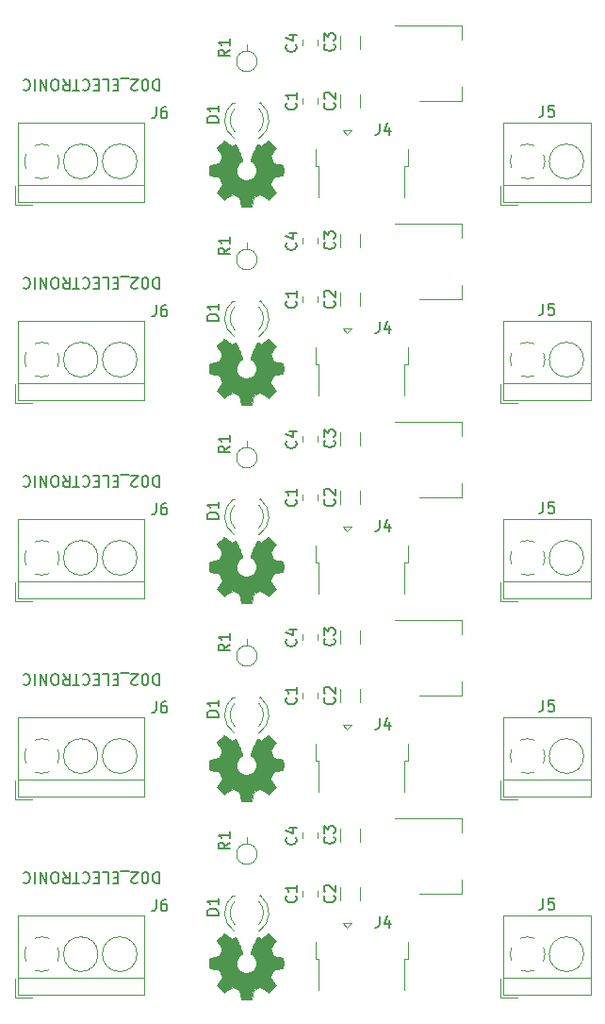
<source format=gbr>
G04 #@! TF.GenerationSoftware,KiCad,Pcbnew,5.1.5-52549c5~86~ubuntu18.04.1*
G04 #@! TF.CreationDate,2020-09-17T20:37:07-05:00*
G04 #@! TF.ProjectId,,58585858-5858-4585-9858-585858585858,rev?*
G04 #@! TF.SameCoordinates,Original*
G04 #@! TF.FileFunction,Legend,Top*
G04 #@! TF.FilePolarity,Positive*
%FSLAX46Y46*%
G04 Gerber Fmt 4.6, Leading zero omitted, Abs format (unit mm)*
G04 Created by KiCad (PCBNEW 5.1.5-52549c5~86~ubuntu18.04.1) date 2020-09-17 20:37:07*
%MOMM*%
%LPD*%
G04 APERTURE LIST*
%ADD10C,0.150000*%
%ADD11C,0.120000*%
%ADD12C,0.010000*%
G04 APERTURE END LIST*
D10*
X61646628Y-104094019D02*
X61646628Y-105094019D01*
X61408533Y-105094019D01*
X61265676Y-105046400D01*
X61170438Y-104951161D01*
X61122819Y-104855923D01*
X61075200Y-104665447D01*
X61075200Y-104522590D01*
X61122819Y-104332114D01*
X61170438Y-104236876D01*
X61265676Y-104141638D01*
X61408533Y-104094019D01*
X61646628Y-104094019D01*
X60456152Y-105094019D02*
X60360914Y-105094019D01*
X60265676Y-105046400D01*
X60218057Y-104998780D01*
X60170438Y-104903542D01*
X60122819Y-104713066D01*
X60122819Y-104474971D01*
X60170438Y-104284495D01*
X60218057Y-104189257D01*
X60265676Y-104141638D01*
X60360914Y-104094019D01*
X60456152Y-104094019D01*
X60551390Y-104141638D01*
X60599009Y-104189257D01*
X60646628Y-104284495D01*
X60694247Y-104474971D01*
X60694247Y-104713066D01*
X60646628Y-104903542D01*
X60599009Y-104998780D01*
X60551390Y-105046400D01*
X60456152Y-105094019D01*
X59741866Y-104998780D02*
X59694247Y-105046400D01*
X59599009Y-105094019D01*
X59360914Y-105094019D01*
X59265676Y-105046400D01*
X59218057Y-104998780D01*
X59170438Y-104903542D01*
X59170438Y-104808304D01*
X59218057Y-104665447D01*
X59789485Y-104094019D01*
X59170438Y-104094019D01*
X58979961Y-103998780D02*
X58218057Y-103998780D01*
X57979961Y-104617828D02*
X57646628Y-104617828D01*
X57503771Y-104094019D02*
X57979961Y-104094019D01*
X57979961Y-105094019D01*
X57503771Y-105094019D01*
X56599009Y-104094019D02*
X57075200Y-104094019D01*
X57075200Y-105094019D01*
X56265676Y-104617828D02*
X55932342Y-104617828D01*
X55789485Y-104094019D02*
X56265676Y-104094019D01*
X56265676Y-105094019D01*
X55789485Y-105094019D01*
X54789485Y-104189257D02*
X54837104Y-104141638D01*
X54979961Y-104094019D01*
X55075200Y-104094019D01*
X55218057Y-104141638D01*
X55313295Y-104236876D01*
X55360914Y-104332114D01*
X55408533Y-104522590D01*
X55408533Y-104665447D01*
X55360914Y-104855923D01*
X55313295Y-104951161D01*
X55218057Y-105046400D01*
X55075200Y-105094019D01*
X54979961Y-105094019D01*
X54837104Y-105046400D01*
X54789485Y-104998780D01*
X54503771Y-105094019D02*
X53932342Y-105094019D01*
X54218057Y-104094019D02*
X54218057Y-105094019D01*
X53027580Y-104094019D02*
X53360914Y-104570209D01*
X53599009Y-104094019D02*
X53599009Y-105094019D01*
X53218057Y-105094019D01*
X53122819Y-105046400D01*
X53075200Y-104998780D01*
X53027580Y-104903542D01*
X53027580Y-104760685D01*
X53075200Y-104665447D01*
X53122819Y-104617828D01*
X53218057Y-104570209D01*
X53599009Y-104570209D01*
X52408533Y-105094019D02*
X52218057Y-105094019D01*
X52122819Y-105046400D01*
X52027580Y-104951161D01*
X51979961Y-104760685D01*
X51979961Y-104427352D01*
X52027580Y-104236876D01*
X52122819Y-104141638D01*
X52218057Y-104094019D01*
X52408533Y-104094019D01*
X52503771Y-104141638D01*
X52599009Y-104236876D01*
X52646628Y-104427352D01*
X52646628Y-104760685D01*
X52599009Y-104951161D01*
X52503771Y-105046400D01*
X52408533Y-105094019D01*
X51551390Y-104094019D02*
X51551390Y-105094019D01*
X50979961Y-104094019D01*
X50979961Y-105094019D01*
X50503771Y-104094019D02*
X50503771Y-105094019D01*
X49456152Y-104189257D02*
X49503771Y-104141638D01*
X49646628Y-104094019D01*
X49741866Y-104094019D01*
X49884723Y-104141638D01*
X49979961Y-104236876D01*
X50027580Y-104332114D01*
X50075200Y-104522590D01*
X50075200Y-104665447D01*
X50027580Y-104855923D01*
X49979961Y-104951161D01*
X49884723Y-105046400D01*
X49741866Y-105094019D01*
X49646628Y-105094019D01*
X49503771Y-105046400D01*
X49456152Y-104998780D01*
X61646628Y-86314019D02*
X61646628Y-87314019D01*
X61408533Y-87314019D01*
X61265676Y-87266400D01*
X61170438Y-87171161D01*
X61122819Y-87075923D01*
X61075200Y-86885447D01*
X61075200Y-86742590D01*
X61122819Y-86552114D01*
X61170438Y-86456876D01*
X61265676Y-86361638D01*
X61408533Y-86314019D01*
X61646628Y-86314019D01*
X60456152Y-87314019D02*
X60360914Y-87314019D01*
X60265676Y-87266400D01*
X60218057Y-87218780D01*
X60170438Y-87123542D01*
X60122819Y-86933066D01*
X60122819Y-86694971D01*
X60170438Y-86504495D01*
X60218057Y-86409257D01*
X60265676Y-86361638D01*
X60360914Y-86314019D01*
X60456152Y-86314019D01*
X60551390Y-86361638D01*
X60599009Y-86409257D01*
X60646628Y-86504495D01*
X60694247Y-86694971D01*
X60694247Y-86933066D01*
X60646628Y-87123542D01*
X60599009Y-87218780D01*
X60551390Y-87266400D01*
X60456152Y-87314019D01*
X59741866Y-87218780D02*
X59694247Y-87266400D01*
X59599009Y-87314019D01*
X59360914Y-87314019D01*
X59265676Y-87266400D01*
X59218057Y-87218780D01*
X59170438Y-87123542D01*
X59170438Y-87028304D01*
X59218057Y-86885447D01*
X59789485Y-86314019D01*
X59170438Y-86314019D01*
X58979961Y-86218780D02*
X58218057Y-86218780D01*
X57979961Y-86837828D02*
X57646628Y-86837828D01*
X57503771Y-86314019D02*
X57979961Y-86314019D01*
X57979961Y-87314019D01*
X57503771Y-87314019D01*
X56599009Y-86314019D02*
X57075200Y-86314019D01*
X57075200Y-87314019D01*
X56265676Y-86837828D02*
X55932342Y-86837828D01*
X55789485Y-86314019D02*
X56265676Y-86314019D01*
X56265676Y-87314019D01*
X55789485Y-87314019D01*
X54789485Y-86409257D02*
X54837104Y-86361638D01*
X54979961Y-86314019D01*
X55075200Y-86314019D01*
X55218057Y-86361638D01*
X55313295Y-86456876D01*
X55360914Y-86552114D01*
X55408533Y-86742590D01*
X55408533Y-86885447D01*
X55360914Y-87075923D01*
X55313295Y-87171161D01*
X55218057Y-87266400D01*
X55075200Y-87314019D01*
X54979961Y-87314019D01*
X54837104Y-87266400D01*
X54789485Y-87218780D01*
X54503771Y-87314019D02*
X53932342Y-87314019D01*
X54218057Y-86314019D02*
X54218057Y-87314019D01*
X53027580Y-86314019D02*
X53360914Y-86790209D01*
X53599009Y-86314019D02*
X53599009Y-87314019D01*
X53218057Y-87314019D01*
X53122819Y-87266400D01*
X53075200Y-87218780D01*
X53027580Y-87123542D01*
X53027580Y-86980685D01*
X53075200Y-86885447D01*
X53122819Y-86837828D01*
X53218057Y-86790209D01*
X53599009Y-86790209D01*
X52408533Y-87314019D02*
X52218057Y-87314019D01*
X52122819Y-87266400D01*
X52027580Y-87171161D01*
X51979961Y-86980685D01*
X51979961Y-86647352D01*
X52027580Y-86456876D01*
X52122819Y-86361638D01*
X52218057Y-86314019D01*
X52408533Y-86314019D01*
X52503771Y-86361638D01*
X52599009Y-86456876D01*
X52646628Y-86647352D01*
X52646628Y-86980685D01*
X52599009Y-87171161D01*
X52503771Y-87266400D01*
X52408533Y-87314019D01*
X51551390Y-86314019D02*
X51551390Y-87314019D01*
X50979961Y-86314019D01*
X50979961Y-87314019D01*
X50503771Y-86314019D02*
X50503771Y-87314019D01*
X49456152Y-86409257D02*
X49503771Y-86361638D01*
X49646628Y-86314019D01*
X49741866Y-86314019D01*
X49884723Y-86361638D01*
X49979961Y-86456876D01*
X50027580Y-86552114D01*
X50075200Y-86742590D01*
X50075200Y-86885447D01*
X50027580Y-87075923D01*
X49979961Y-87171161D01*
X49884723Y-87266400D01*
X49741866Y-87314019D01*
X49646628Y-87314019D01*
X49503771Y-87266400D01*
X49456152Y-87218780D01*
X61646628Y-68534019D02*
X61646628Y-69534019D01*
X61408533Y-69534019D01*
X61265676Y-69486400D01*
X61170438Y-69391161D01*
X61122819Y-69295923D01*
X61075200Y-69105447D01*
X61075200Y-68962590D01*
X61122819Y-68772114D01*
X61170438Y-68676876D01*
X61265676Y-68581638D01*
X61408533Y-68534019D01*
X61646628Y-68534019D01*
X60456152Y-69534019D02*
X60360914Y-69534019D01*
X60265676Y-69486400D01*
X60218057Y-69438780D01*
X60170438Y-69343542D01*
X60122819Y-69153066D01*
X60122819Y-68914971D01*
X60170438Y-68724495D01*
X60218057Y-68629257D01*
X60265676Y-68581638D01*
X60360914Y-68534019D01*
X60456152Y-68534019D01*
X60551390Y-68581638D01*
X60599009Y-68629257D01*
X60646628Y-68724495D01*
X60694247Y-68914971D01*
X60694247Y-69153066D01*
X60646628Y-69343542D01*
X60599009Y-69438780D01*
X60551390Y-69486400D01*
X60456152Y-69534019D01*
X59741866Y-69438780D02*
X59694247Y-69486400D01*
X59599009Y-69534019D01*
X59360914Y-69534019D01*
X59265676Y-69486400D01*
X59218057Y-69438780D01*
X59170438Y-69343542D01*
X59170438Y-69248304D01*
X59218057Y-69105447D01*
X59789485Y-68534019D01*
X59170438Y-68534019D01*
X58979961Y-68438780D02*
X58218057Y-68438780D01*
X57979961Y-69057828D02*
X57646628Y-69057828D01*
X57503771Y-68534019D02*
X57979961Y-68534019D01*
X57979961Y-69534019D01*
X57503771Y-69534019D01*
X56599009Y-68534019D02*
X57075200Y-68534019D01*
X57075200Y-69534019D01*
X56265676Y-69057828D02*
X55932342Y-69057828D01*
X55789485Y-68534019D02*
X56265676Y-68534019D01*
X56265676Y-69534019D01*
X55789485Y-69534019D01*
X54789485Y-68629257D02*
X54837104Y-68581638D01*
X54979961Y-68534019D01*
X55075200Y-68534019D01*
X55218057Y-68581638D01*
X55313295Y-68676876D01*
X55360914Y-68772114D01*
X55408533Y-68962590D01*
X55408533Y-69105447D01*
X55360914Y-69295923D01*
X55313295Y-69391161D01*
X55218057Y-69486400D01*
X55075200Y-69534019D01*
X54979961Y-69534019D01*
X54837104Y-69486400D01*
X54789485Y-69438780D01*
X54503771Y-69534019D02*
X53932342Y-69534019D01*
X54218057Y-68534019D02*
X54218057Y-69534019D01*
X53027580Y-68534019D02*
X53360914Y-69010209D01*
X53599009Y-68534019D02*
X53599009Y-69534019D01*
X53218057Y-69534019D01*
X53122819Y-69486400D01*
X53075200Y-69438780D01*
X53027580Y-69343542D01*
X53027580Y-69200685D01*
X53075200Y-69105447D01*
X53122819Y-69057828D01*
X53218057Y-69010209D01*
X53599009Y-69010209D01*
X52408533Y-69534019D02*
X52218057Y-69534019D01*
X52122819Y-69486400D01*
X52027580Y-69391161D01*
X51979961Y-69200685D01*
X51979961Y-68867352D01*
X52027580Y-68676876D01*
X52122819Y-68581638D01*
X52218057Y-68534019D01*
X52408533Y-68534019D01*
X52503771Y-68581638D01*
X52599009Y-68676876D01*
X52646628Y-68867352D01*
X52646628Y-69200685D01*
X52599009Y-69391161D01*
X52503771Y-69486400D01*
X52408533Y-69534019D01*
X51551390Y-68534019D02*
X51551390Y-69534019D01*
X50979961Y-68534019D01*
X50979961Y-69534019D01*
X50503771Y-68534019D02*
X50503771Y-69534019D01*
X49456152Y-68629257D02*
X49503771Y-68581638D01*
X49646628Y-68534019D01*
X49741866Y-68534019D01*
X49884723Y-68581638D01*
X49979961Y-68676876D01*
X50027580Y-68772114D01*
X50075200Y-68962590D01*
X50075200Y-69105447D01*
X50027580Y-69295923D01*
X49979961Y-69391161D01*
X49884723Y-69486400D01*
X49741866Y-69534019D01*
X49646628Y-69534019D01*
X49503771Y-69486400D01*
X49456152Y-69438780D01*
X61646628Y-50754019D02*
X61646628Y-51754019D01*
X61408533Y-51754019D01*
X61265676Y-51706400D01*
X61170438Y-51611161D01*
X61122819Y-51515923D01*
X61075200Y-51325447D01*
X61075200Y-51182590D01*
X61122819Y-50992114D01*
X61170438Y-50896876D01*
X61265676Y-50801638D01*
X61408533Y-50754019D01*
X61646628Y-50754019D01*
X60456152Y-51754019D02*
X60360914Y-51754019D01*
X60265676Y-51706400D01*
X60218057Y-51658780D01*
X60170438Y-51563542D01*
X60122819Y-51373066D01*
X60122819Y-51134971D01*
X60170438Y-50944495D01*
X60218057Y-50849257D01*
X60265676Y-50801638D01*
X60360914Y-50754019D01*
X60456152Y-50754019D01*
X60551390Y-50801638D01*
X60599009Y-50849257D01*
X60646628Y-50944495D01*
X60694247Y-51134971D01*
X60694247Y-51373066D01*
X60646628Y-51563542D01*
X60599009Y-51658780D01*
X60551390Y-51706400D01*
X60456152Y-51754019D01*
X59741866Y-51658780D02*
X59694247Y-51706400D01*
X59599009Y-51754019D01*
X59360914Y-51754019D01*
X59265676Y-51706400D01*
X59218057Y-51658780D01*
X59170438Y-51563542D01*
X59170438Y-51468304D01*
X59218057Y-51325447D01*
X59789485Y-50754019D01*
X59170438Y-50754019D01*
X58979961Y-50658780D02*
X58218057Y-50658780D01*
X57979961Y-51277828D02*
X57646628Y-51277828D01*
X57503771Y-50754019D02*
X57979961Y-50754019D01*
X57979961Y-51754019D01*
X57503771Y-51754019D01*
X56599009Y-50754019D02*
X57075200Y-50754019D01*
X57075200Y-51754019D01*
X56265676Y-51277828D02*
X55932342Y-51277828D01*
X55789485Y-50754019D02*
X56265676Y-50754019D01*
X56265676Y-51754019D01*
X55789485Y-51754019D01*
X54789485Y-50849257D02*
X54837104Y-50801638D01*
X54979961Y-50754019D01*
X55075200Y-50754019D01*
X55218057Y-50801638D01*
X55313295Y-50896876D01*
X55360914Y-50992114D01*
X55408533Y-51182590D01*
X55408533Y-51325447D01*
X55360914Y-51515923D01*
X55313295Y-51611161D01*
X55218057Y-51706400D01*
X55075200Y-51754019D01*
X54979961Y-51754019D01*
X54837104Y-51706400D01*
X54789485Y-51658780D01*
X54503771Y-51754019D02*
X53932342Y-51754019D01*
X54218057Y-50754019D02*
X54218057Y-51754019D01*
X53027580Y-50754019D02*
X53360914Y-51230209D01*
X53599009Y-50754019D02*
X53599009Y-51754019D01*
X53218057Y-51754019D01*
X53122819Y-51706400D01*
X53075200Y-51658780D01*
X53027580Y-51563542D01*
X53027580Y-51420685D01*
X53075200Y-51325447D01*
X53122819Y-51277828D01*
X53218057Y-51230209D01*
X53599009Y-51230209D01*
X52408533Y-51754019D02*
X52218057Y-51754019D01*
X52122819Y-51706400D01*
X52027580Y-51611161D01*
X51979961Y-51420685D01*
X51979961Y-51087352D01*
X52027580Y-50896876D01*
X52122819Y-50801638D01*
X52218057Y-50754019D01*
X52408533Y-50754019D01*
X52503771Y-50801638D01*
X52599009Y-50896876D01*
X52646628Y-51087352D01*
X52646628Y-51420685D01*
X52599009Y-51611161D01*
X52503771Y-51706400D01*
X52408533Y-51754019D01*
X51551390Y-50754019D02*
X51551390Y-51754019D01*
X50979961Y-50754019D01*
X50979961Y-51754019D01*
X50503771Y-50754019D02*
X50503771Y-51754019D01*
X49456152Y-50849257D02*
X49503771Y-50801638D01*
X49646628Y-50754019D01*
X49741866Y-50754019D01*
X49884723Y-50801638D01*
X49979961Y-50896876D01*
X50027580Y-50992114D01*
X50075200Y-51182590D01*
X50075200Y-51325447D01*
X50027580Y-51515923D01*
X49979961Y-51611161D01*
X49884723Y-51706400D01*
X49741866Y-51754019D01*
X49646628Y-51754019D01*
X49503771Y-51706400D01*
X49456152Y-51658780D01*
X61646628Y-32974019D02*
X61646628Y-33974019D01*
X61408533Y-33974019D01*
X61265676Y-33926400D01*
X61170438Y-33831161D01*
X61122819Y-33735923D01*
X61075200Y-33545447D01*
X61075200Y-33402590D01*
X61122819Y-33212114D01*
X61170438Y-33116876D01*
X61265676Y-33021638D01*
X61408533Y-32974019D01*
X61646628Y-32974019D01*
X60456152Y-33974019D02*
X60360914Y-33974019D01*
X60265676Y-33926400D01*
X60218057Y-33878780D01*
X60170438Y-33783542D01*
X60122819Y-33593066D01*
X60122819Y-33354971D01*
X60170438Y-33164495D01*
X60218057Y-33069257D01*
X60265676Y-33021638D01*
X60360914Y-32974019D01*
X60456152Y-32974019D01*
X60551390Y-33021638D01*
X60599009Y-33069257D01*
X60646628Y-33164495D01*
X60694247Y-33354971D01*
X60694247Y-33593066D01*
X60646628Y-33783542D01*
X60599009Y-33878780D01*
X60551390Y-33926400D01*
X60456152Y-33974019D01*
X59741866Y-33878780D02*
X59694247Y-33926400D01*
X59599009Y-33974019D01*
X59360914Y-33974019D01*
X59265676Y-33926400D01*
X59218057Y-33878780D01*
X59170438Y-33783542D01*
X59170438Y-33688304D01*
X59218057Y-33545447D01*
X59789485Y-32974019D01*
X59170438Y-32974019D01*
X58979961Y-32878780D02*
X58218057Y-32878780D01*
X57979961Y-33497828D02*
X57646628Y-33497828D01*
X57503771Y-32974019D02*
X57979961Y-32974019D01*
X57979961Y-33974019D01*
X57503771Y-33974019D01*
X56599009Y-32974019D02*
X57075200Y-32974019D01*
X57075200Y-33974019D01*
X56265676Y-33497828D02*
X55932342Y-33497828D01*
X55789485Y-32974019D02*
X56265676Y-32974019D01*
X56265676Y-33974019D01*
X55789485Y-33974019D01*
X54789485Y-33069257D02*
X54837104Y-33021638D01*
X54979961Y-32974019D01*
X55075200Y-32974019D01*
X55218057Y-33021638D01*
X55313295Y-33116876D01*
X55360914Y-33212114D01*
X55408533Y-33402590D01*
X55408533Y-33545447D01*
X55360914Y-33735923D01*
X55313295Y-33831161D01*
X55218057Y-33926400D01*
X55075200Y-33974019D01*
X54979961Y-33974019D01*
X54837104Y-33926400D01*
X54789485Y-33878780D01*
X54503771Y-33974019D02*
X53932342Y-33974019D01*
X54218057Y-32974019D02*
X54218057Y-33974019D01*
X53027580Y-32974019D02*
X53360914Y-33450209D01*
X53599009Y-32974019D02*
X53599009Y-33974019D01*
X53218057Y-33974019D01*
X53122819Y-33926400D01*
X53075200Y-33878780D01*
X53027580Y-33783542D01*
X53027580Y-33640685D01*
X53075200Y-33545447D01*
X53122819Y-33497828D01*
X53218057Y-33450209D01*
X53599009Y-33450209D01*
X52408533Y-33974019D02*
X52218057Y-33974019D01*
X52122819Y-33926400D01*
X52027580Y-33831161D01*
X51979961Y-33640685D01*
X51979961Y-33307352D01*
X52027580Y-33116876D01*
X52122819Y-33021638D01*
X52218057Y-32974019D01*
X52408533Y-32974019D01*
X52503771Y-33021638D01*
X52599009Y-33116876D01*
X52646628Y-33307352D01*
X52646628Y-33640685D01*
X52599009Y-33831161D01*
X52503771Y-33926400D01*
X52408533Y-33974019D01*
X51551390Y-32974019D02*
X51551390Y-33974019D01*
X50979961Y-32974019D01*
X50979961Y-33974019D01*
X50503771Y-32974019D02*
X50503771Y-33974019D01*
X49456152Y-33069257D02*
X49503771Y-33021638D01*
X49646628Y-32974019D01*
X49741866Y-32974019D01*
X49884723Y-33021638D01*
X49979961Y-33116876D01*
X50027580Y-33212114D01*
X50075200Y-33402590D01*
X50075200Y-33545447D01*
X50027580Y-33735923D01*
X49979961Y-33831161D01*
X49884723Y-33926400D01*
X49741866Y-33974019D01*
X49646628Y-33974019D01*
X49503771Y-33926400D01*
X49456152Y-33878780D01*
D11*
X77931600Y-106647064D02*
X77931600Y-105442936D01*
X79751600Y-106647064D02*
X79751600Y-105442936D01*
X77931600Y-88867064D02*
X77931600Y-87662936D01*
X79751600Y-88867064D02*
X79751600Y-87662936D01*
X77931600Y-71087064D02*
X77931600Y-69882936D01*
X79751600Y-71087064D02*
X79751600Y-69882936D01*
X77931600Y-53307064D02*
X77931600Y-52102936D01*
X79751600Y-53307064D02*
X79751600Y-52102936D01*
X95374987Y-112886585D02*
G75*
G02X94767400Y-113010200I-607587J1431385D01*
G01*
X96199509Y-110847458D02*
G75*
G02X96199400Y-112063200I-1432109J-607742D01*
G01*
X94159658Y-110023091D02*
G75*
G02X95375400Y-110023200I607742J-1432109D01*
G01*
X93335291Y-112062942D02*
G75*
G02X93335400Y-110847200I1432109J607742D01*
G01*
X94794411Y-113010692D02*
G75*
G02X94159400Y-112887200I-27011J1555492D01*
G01*
X99822400Y-111455200D02*
G75*
G03X99822400Y-111455200I-1555000J0D01*
G01*
X92607400Y-113555200D02*
X100427400Y-113555200D01*
X92607400Y-107995200D02*
X100427400Y-107995200D01*
X92607400Y-115115200D02*
X100427400Y-115115200D01*
X92607400Y-107995200D02*
X92607400Y-115115200D01*
X100427400Y-107995200D02*
X100427400Y-115115200D01*
X92367400Y-113615200D02*
X92367400Y-115355200D01*
X92367400Y-115355200D02*
X93867400Y-115355200D01*
X95374987Y-95106585D02*
G75*
G02X94767400Y-95230200I-607587J1431385D01*
G01*
X96199509Y-93067458D02*
G75*
G02X96199400Y-94283200I-1432109J-607742D01*
G01*
X94159658Y-92243091D02*
G75*
G02X95375400Y-92243200I607742J-1432109D01*
G01*
X93335291Y-94282942D02*
G75*
G02X93335400Y-93067200I1432109J607742D01*
G01*
X94794411Y-95230692D02*
G75*
G02X94159400Y-95107200I-27011J1555492D01*
G01*
X99822400Y-93675200D02*
G75*
G03X99822400Y-93675200I-1555000J0D01*
G01*
X92607400Y-95775200D02*
X100427400Y-95775200D01*
X92607400Y-90215200D02*
X100427400Y-90215200D01*
X92607400Y-97335200D02*
X100427400Y-97335200D01*
X92607400Y-90215200D02*
X92607400Y-97335200D01*
X100427400Y-90215200D02*
X100427400Y-97335200D01*
X92367400Y-95835200D02*
X92367400Y-97575200D01*
X92367400Y-97575200D02*
X93867400Y-97575200D01*
X95374987Y-77326585D02*
G75*
G02X94767400Y-77450200I-607587J1431385D01*
G01*
X96199509Y-75287458D02*
G75*
G02X96199400Y-76503200I-1432109J-607742D01*
G01*
X94159658Y-74463091D02*
G75*
G02X95375400Y-74463200I607742J-1432109D01*
G01*
X93335291Y-76502942D02*
G75*
G02X93335400Y-75287200I1432109J607742D01*
G01*
X94794411Y-77450692D02*
G75*
G02X94159400Y-77327200I-27011J1555492D01*
G01*
X99822400Y-75895200D02*
G75*
G03X99822400Y-75895200I-1555000J0D01*
G01*
X92607400Y-77995200D02*
X100427400Y-77995200D01*
X92607400Y-72435200D02*
X100427400Y-72435200D01*
X92607400Y-79555200D02*
X100427400Y-79555200D01*
X92607400Y-72435200D02*
X92607400Y-79555200D01*
X100427400Y-72435200D02*
X100427400Y-79555200D01*
X92367400Y-78055200D02*
X92367400Y-79795200D01*
X92367400Y-79795200D02*
X93867400Y-79795200D01*
X95374987Y-59546585D02*
G75*
G02X94767400Y-59670200I-607587J1431385D01*
G01*
X96199509Y-57507458D02*
G75*
G02X96199400Y-58723200I-1432109J-607742D01*
G01*
X94159658Y-56683091D02*
G75*
G02X95375400Y-56683200I607742J-1432109D01*
G01*
X93335291Y-58722942D02*
G75*
G02X93335400Y-57507200I1432109J607742D01*
G01*
X94794411Y-59670692D02*
G75*
G02X94159400Y-59547200I-27011J1555492D01*
G01*
X99822400Y-58115200D02*
G75*
G03X99822400Y-58115200I-1555000J0D01*
G01*
X92607400Y-60215200D02*
X100427400Y-60215200D01*
X92607400Y-54655200D02*
X100427400Y-54655200D01*
X92607400Y-61775200D02*
X100427400Y-61775200D01*
X92607400Y-54655200D02*
X92607400Y-61775200D01*
X100427400Y-54655200D02*
X100427400Y-61775200D01*
X92367400Y-60275200D02*
X92367400Y-62015200D01*
X92367400Y-62015200D02*
X93867400Y-62015200D01*
X77931600Y-101363864D02*
X77931600Y-100159736D01*
X79751600Y-101363864D02*
X79751600Y-100159736D01*
X77931600Y-83583864D02*
X77931600Y-82379736D01*
X79751600Y-83583864D02*
X79751600Y-82379736D01*
X77931600Y-65803864D02*
X77931600Y-64599736D01*
X79751600Y-65803864D02*
X79751600Y-64599736D01*
X77931600Y-48023864D02*
X77931600Y-46819736D01*
X79751600Y-48023864D02*
X79751600Y-46819736D01*
X88828800Y-106051400D02*
X88828800Y-104791400D01*
X88828800Y-99231400D02*
X88828800Y-100491400D01*
X85068800Y-106051400D02*
X88828800Y-106051400D01*
X82818800Y-99231400D02*
X88828800Y-99231400D01*
X88828800Y-88271400D02*
X88828800Y-87011400D01*
X88828800Y-81451400D02*
X88828800Y-82711400D01*
X85068800Y-88271400D02*
X88828800Y-88271400D01*
X82818800Y-81451400D02*
X88828800Y-81451400D01*
X88828800Y-70491400D02*
X88828800Y-69231400D01*
X88828800Y-63671400D02*
X88828800Y-64931400D01*
X85068800Y-70491400D02*
X88828800Y-70491400D01*
X82818800Y-63671400D02*
X88828800Y-63671400D01*
X88828800Y-52711400D02*
X88828800Y-51451400D01*
X88828800Y-45891400D02*
X88828800Y-47151400D01*
X85068800Y-52711400D02*
X88828800Y-52711400D01*
X82818800Y-45891400D02*
X88828800Y-45891400D01*
D12*
G36*
X68963986Y-115078469D02*
G01*
X68880165Y-114633845D01*
X68570880Y-114506347D01*
X68261594Y-114378849D01*
X67890554Y-114631154D01*
X67786643Y-114701404D01*
X67692713Y-114764128D01*
X67613148Y-114816462D01*
X67552330Y-114855543D01*
X67514643Y-114878507D01*
X67504379Y-114883458D01*
X67485890Y-114870724D01*
X67446380Y-114835518D01*
X67390278Y-114782338D01*
X67322013Y-114715682D01*
X67246014Y-114640046D01*
X67166708Y-114559928D01*
X67088525Y-114479826D01*
X67015893Y-114404236D01*
X66953241Y-114337655D01*
X66904997Y-114284582D01*
X66875590Y-114249513D01*
X66868559Y-114237777D01*
X66878677Y-114216140D01*
X66907041Y-114168738D01*
X66950671Y-114100207D01*
X67006582Y-114015185D01*
X67071794Y-113918307D01*
X67109581Y-113863050D01*
X67178457Y-113762152D01*
X67239660Y-113671101D01*
X67290222Y-113594430D01*
X67327172Y-113536672D01*
X67347542Y-113502357D01*
X67350603Y-113495146D01*
X67343664Y-113474652D01*
X67324749Y-113426887D01*
X67296713Y-113358568D01*
X67262409Y-113276411D01*
X67224691Y-113187130D01*
X67186413Y-113097442D01*
X67150430Y-113014062D01*
X67119594Y-112943706D01*
X67096761Y-112893090D01*
X67084783Y-112868929D01*
X67084076Y-112867978D01*
X67065269Y-112863364D01*
X67015182Y-112853072D01*
X66939007Y-112838113D01*
X66841935Y-112819499D01*
X66729157Y-112798241D01*
X66663358Y-112785982D01*
X66542850Y-112763038D01*
X66434003Y-112741205D01*
X66342324Y-112721678D01*
X66273319Y-112705652D01*
X66232496Y-112694321D01*
X66224289Y-112690726D01*
X66216252Y-112666394D01*
X66209767Y-112611441D01*
X66204830Y-112532292D01*
X66201436Y-112435374D01*
X66199582Y-112327113D01*
X66199262Y-112213935D01*
X66200473Y-112102265D01*
X66203210Y-111998532D01*
X66207469Y-111909159D01*
X66213245Y-111840574D01*
X66220533Y-111799203D01*
X66224905Y-111790590D01*
X66251036Y-111780267D01*
X66306407Y-111765508D01*
X66383693Y-111748048D01*
X66475570Y-111729620D01*
X66507642Y-111723659D01*
X66662276Y-111695334D01*
X66784425Y-111672524D01*
X66878127Y-111654320D01*
X66947416Y-111639817D01*
X66996329Y-111628108D01*
X67028903Y-111618285D01*
X67049172Y-111609444D01*
X67061174Y-111600676D01*
X67062853Y-111598943D01*
X67079616Y-111571029D01*
X67105186Y-111516705D01*
X67137012Y-111442623D01*
X67172540Y-111355435D01*
X67209217Y-111261792D01*
X67244489Y-111168348D01*
X67275804Y-111081753D01*
X67300607Y-111008660D01*
X67316346Y-110955722D01*
X67320468Y-110929589D01*
X67320124Y-110928674D01*
X67306159Y-110907314D01*
X67274478Y-110860316D01*
X67228409Y-110792573D01*
X67171282Y-110708977D01*
X67106427Y-110614418D01*
X67087957Y-110587546D01*
X67022101Y-110490125D01*
X66964150Y-110401237D01*
X66917262Y-110325988D01*
X66884593Y-110269480D01*
X66869300Y-110236819D01*
X66868559Y-110232807D01*
X66881408Y-110211716D01*
X66916912Y-110169936D01*
X66970507Y-110111955D01*
X67037629Y-110042265D01*
X67113713Y-109965355D01*
X67194196Y-109885717D01*
X67274513Y-109807839D01*
X67350101Y-109736214D01*
X67416395Y-109675330D01*
X67468831Y-109629679D01*
X67502845Y-109603750D01*
X67512255Y-109599517D01*
X67534157Y-109609488D01*
X67579000Y-109636380D01*
X67639479Y-109675664D01*
X67686011Y-109707283D01*
X67770325Y-109765302D01*
X67870174Y-109833616D01*
X67970327Y-109901821D01*
X68024173Y-109938325D01*
X68206429Y-110061600D01*
X68359419Y-109978880D01*
X68429118Y-109942641D01*
X68488386Y-109914474D01*
X68528489Y-109898409D01*
X68538697Y-109896174D01*
X68550971Y-109912678D01*
X68575187Y-109959318D01*
X68609537Y-110031791D01*
X68652212Y-110125794D01*
X68701406Y-110237026D01*
X68755310Y-110361185D01*
X68812116Y-110493968D01*
X68870018Y-110631073D01*
X68927207Y-110768198D01*
X68981876Y-110901042D01*
X69032216Y-111025302D01*
X69076420Y-111136675D01*
X69112681Y-111230861D01*
X69139191Y-111303556D01*
X69154142Y-111350459D01*
X69156546Y-111366567D01*
X69137489Y-111387114D01*
X69095764Y-111420467D01*
X69040094Y-111459698D01*
X69035422Y-111462801D01*
X68891536Y-111577977D01*
X68775517Y-111712347D01*
X68688370Y-111861616D01*
X68631101Y-112021487D01*
X68604714Y-112187663D01*
X68610215Y-112355848D01*
X68648610Y-112521745D01*
X68720905Y-112681058D01*
X68742174Y-112715913D01*
X68852804Y-112856663D01*
X68983498Y-112969686D01*
X69129736Y-113054397D01*
X69286992Y-113110206D01*
X69450743Y-113136526D01*
X69616467Y-113132770D01*
X69779638Y-113098350D01*
X69935735Y-113032677D01*
X70080233Y-112935165D01*
X70124931Y-112895587D01*
X70238688Y-112771697D01*
X70321582Y-112641276D01*
X70378444Y-112495085D01*
X70410113Y-112350312D01*
X70417931Y-112187540D01*
X70391862Y-112023960D01*
X70334555Y-111865102D01*
X70248656Y-111716494D01*
X70136814Y-111583665D01*
X70001677Y-111472144D01*
X69983917Y-111460389D01*
X69927650Y-111421892D01*
X69884877Y-111388537D01*
X69864428Y-111367240D01*
X69864131Y-111366567D01*
X69868521Y-111343529D01*
X69885924Y-111291243D01*
X69914532Y-111214010D01*
X69952535Y-111116132D01*
X69998126Y-111001909D01*
X70049497Y-110875642D01*
X70104838Y-110741633D01*
X70162342Y-110604182D01*
X70220199Y-110467592D01*
X70276602Y-110336163D01*
X70329742Y-110214195D01*
X70377810Y-110105991D01*
X70418999Y-110015851D01*
X70451499Y-109948077D01*
X70473503Y-109906970D01*
X70482364Y-109896174D01*
X70509440Y-109904581D01*
X70560103Y-109927128D01*
X70625617Y-109959787D01*
X70661641Y-109978880D01*
X70814632Y-110061600D01*
X70996888Y-109938325D01*
X71089925Y-109875172D01*
X71191785Y-109805673D01*
X71287238Y-109740235D01*
X71335050Y-109707283D01*
X71402295Y-109662127D01*
X71459236Y-109626343D01*
X71498446Y-109604462D01*
X71511181Y-109599837D01*
X71529717Y-109612315D01*
X71570741Y-109647148D01*
X71630275Y-109700722D01*
X71704342Y-109769417D01*
X71788965Y-109849619D01*
X71842485Y-109901114D01*
X71936119Y-109993114D01*
X72017041Y-110075401D01*
X72081977Y-110144455D01*
X72127658Y-110196756D01*
X72150811Y-110228784D01*
X72153032Y-110235284D01*
X72142724Y-110260006D01*
X72114239Y-110309995D01*
X72070737Y-110380188D01*
X72015377Y-110465525D01*
X71951320Y-110560944D01*
X71933103Y-110587546D01*
X71866727Y-110684233D01*
X71807178Y-110771283D01*
X71757784Y-110843805D01*
X71721875Y-110896907D01*
X71702781Y-110925697D01*
X71700936Y-110928674D01*
X71703695Y-110951618D01*
X71718338Y-111002064D01*
X71742313Y-111073359D01*
X71773066Y-111158853D01*
X71808044Y-111251893D01*
X71844693Y-111345826D01*
X71880461Y-111434001D01*
X71912794Y-111509766D01*
X71939138Y-111566469D01*
X71956942Y-111597457D01*
X71958207Y-111598943D01*
X71969094Y-111607799D01*
X71987482Y-111616557D01*
X72017406Y-111626123D01*
X72062903Y-111637404D01*
X72128009Y-111651307D01*
X72216761Y-111668737D01*
X72333193Y-111690602D01*
X72481342Y-111717809D01*
X72513418Y-111723659D01*
X72608486Y-111742026D01*
X72691365Y-111759995D01*
X72754730Y-111775831D01*
X72791258Y-111787800D01*
X72796156Y-111790590D01*
X72804227Y-111815328D01*
X72810787Y-111870610D01*
X72815833Y-111950011D01*
X72819359Y-112047104D01*
X72821361Y-112155462D01*
X72821836Y-112268660D01*
X72820777Y-112380272D01*
X72818182Y-112483871D01*
X72814046Y-112573032D01*
X72808363Y-112641328D01*
X72801131Y-112682334D01*
X72796771Y-112690726D01*
X72772498Y-112699192D01*
X72717226Y-112712965D01*
X72636462Y-112730850D01*
X72535712Y-112751652D01*
X72420483Y-112774177D01*
X72357702Y-112785982D01*
X72238587Y-112808249D01*
X72132365Y-112828421D01*
X72044227Y-112845485D01*
X71979366Y-112858431D01*
X71942974Y-112866245D01*
X71936984Y-112867978D01*
X71926861Y-112887510D01*
X71905462Y-112934557D01*
X71875639Y-113002397D01*
X71840245Y-113084309D01*
X71802132Y-113173572D01*
X71764153Y-113263465D01*
X71729160Y-113347265D01*
X71700006Y-113418253D01*
X71679543Y-113469706D01*
X71670623Y-113494903D01*
X71670457Y-113496004D01*
X71680569Y-113515881D01*
X71708917Y-113561623D01*
X71752523Y-113628683D01*
X71808406Y-113712516D01*
X71873587Y-113808574D01*
X71911479Y-113863750D01*
X71980525Y-113964919D01*
X72041850Y-114056770D01*
X72092463Y-114134656D01*
X72129371Y-114193931D01*
X72149582Y-114229949D01*
X72152501Y-114238023D01*
X72139953Y-114256816D01*
X72105263Y-114296943D01*
X72052863Y-114353907D01*
X71987184Y-114423215D01*
X71912656Y-114500369D01*
X71833713Y-114580875D01*
X71754783Y-114660237D01*
X71680300Y-114733960D01*
X71614694Y-114797548D01*
X71562396Y-114846506D01*
X71527839Y-114876339D01*
X71516278Y-114883458D01*
X71497454Y-114873447D01*
X71452431Y-114845322D01*
X71385587Y-114801946D01*
X71301299Y-114746182D01*
X71203944Y-114680894D01*
X71130507Y-114631154D01*
X70759467Y-114378849D01*
X70140895Y-114633845D01*
X70057075Y-115078469D01*
X69973254Y-115523093D01*
X69047806Y-115523093D01*
X68963986Y-115078469D01*
G37*
X68963986Y-115078469D02*
X68880165Y-114633845D01*
X68570880Y-114506347D01*
X68261594Y-114378849D01*
X67890554Y-114631154D01*
X67786643Y-114701404D01*
X67692713Y-114764128D01*
X67613148Y-114816462D01*
X67552330Y-114855543D01*
X67514643Y-114878507D01*
X67504379Y-114883458D01*
X67485890Y-114870724D01*
X67446380Y-114835518D01*
X67390278Y-114782338D01*
X67322013Y-114715682D01*
X67246014Y-114640046D01*
X67166708Y-114559928D01*
X67088525Y-114479826D01*
X67015893Y-114404236D01*
X66953241Y-114337655D01*
X66904997Y-114284582D01*
X66875590Y-114249513D01*
X66868559Y-114237777D01*
X66878677Y-114216140D01*
X66907041Y-114168738D01*
X66950671Y-114100207D01*
X67006582Y-114015185D01*
X67071794Y-113918307D01*
X67109581Y-113863050D01*
X67178457Y-113762152D01*
X67239660Y-113671101D01*
X67290222Y-113594430D01*
X67327172Y-113536672D01*
X67347542Y-113502357D01*
X67350603Y-113495146D01*
X67343664Y-113474652D01*
X67324749Y-113426887D01*
X67296713Y-113358568D01*
X67262409Y-113276411D01*
X67224691Y-113187130D01*
X67186413Y-113097442D01*
X67150430Y-113014062D01*
X67119594Y-112943706D01*
X67096761Y-112893090D01*
X67084783Y-112868929D01*
X67084076Y-112867978D01*
X67065269Y-112863364D01*
X67015182Y-112853072D01*
X66939007Y-112838113D01*
X66841935Y-112819499D01*
X66729157Y-112798241D01*
X66663358Y-112785982D01*
X66542850Y-112763038D01*
X66434003Y-112741205D01*
X66342324Y-112721678D01*
X66273319Y-112705652D01*
X66232496Y-112694321D01*
X66224289Y-112690726D01*
X66216252Y-112666394D01*
X66209767Y-112611441D01*
X66204830Y-112532292D01*
X66201436Y-112435374D01*
X66199582Y-112327113D01*
X66199262Y-112213935D01*
X66200473Y-112102265D01*
X66203210Y-111998532D01*
X66207469Y-111909159D01*
X66213245Y-111840574D01*
X66220533Y-111799203D01*
X66224905Y-111790590D01*
X66251036Y-111780267D01*
X66306407Y-111765508D01*
X66383693Y-111748048D01*
X66475570Y-111729620D01*
X66507642Y-111723659D01*
X66662276Y-111695334D01*
X66784425Y-111672524D01*
X66878127Y-111654320D01*
X66947416Y-111639817D01*
X66996329Y-111628108D01*
X67028903Y-111618285D01*
X67049172Y-111609444D01*
X67061174Y-111600676D01*
X67062853Y-111598943D01*
X67079616Y-111571029D01*
X67105186Y-111516705D01*
X67137012Y-111442623D01*
X67172540Y-111355435D01*
X67209217Y-111261792D01*
X67244489Y-111168348D01*
X67275804Y-111081753D01*
X67300607Y-111008660D01*
X67316346Y-110955722D01*
X67320468Y-110929589D01*
X67320124Y-110928674D01*
X67306159Y-110907314D01*
X67274478Y-110860316D01*
X67228409Y-110792573D01*
X67171282Y-110708977D01*
X67106427Y-110614418D01*
X67087957Y-110587546D01*
X67022101Y-110490125D01*
X66964150Y-110401237D01*
X66917262Y-110325988D01*
X66884593Y-110269480D01*
X66869300Y-110236819D01*
X66868559Y-110232807D01*
X66881408Y-110211716D01*
X66916912Y-110169936D01*
X66970507Y-110111955D01*
X67037629Y-110042265D01*
X67113713Y-109965355D01*
X67194196Y-109885717D01*
X67274513Y-109807839D01*
X67350101Y-109736214D01*
X67416395Y-109675330D01*
X67468831Y-109629679D01*
X67502845Y-109603750D01*
X67512255Y-109599517D01*
X67534157Y-109609488D01*
X67579000Y-109636380D01*
X67639479Y-109675664D01*
X67686011Y-109707283D01*
X67770325Y-109765302D01*
X67870174Y-109833616D01*
X67970327Y-109901821D01*
X68024173Y-109938325D01*
X68206429Y-110061600D01*
X68359419Y-109978880D01*
X68429118Y-109942641D01*
X68488386Y-109914474D01*
X68528489Y-109898409D01*
X68538697Y-109896174D01*
X68550971Y-109912678D01*
X68575187Y-109959318D01*
X68609537Y-110031791D01*
X68652212Y-110125794D01*
X68701406Y-110237026D01*
X68755310Y-110361185D01*
X68812116Y-110493968D01*
X68870018Y-110631073D01*
X68927207Y-110768198D01*
X68981876Y-110901042D01*
X69032216Y-111025302D01*
X69076420Y-111136675D01*
X69112681Y-111230861D01*
X69139191Y-111303556D01*
X69154142Y-111350459D01*
X69156546Y-111366567D01*
X69137489Y-111387114D01*
X69095764Y-111420467D01*
X69040094Y-111459698D01*
X69035422Y-111462801D01*
X68891536Y-111577977D01*
X68775517Y-111712347D01*
X68688370Y-111861616D01*
X68631101Y-112021487D01*
X68604714Y-112187663D01*
X68610215Y-112355848D01*
X68648610Y-112521745D01*
X68720905Y-112681058D01*
X68742174Y-112715913D01*
X68852804Y-112856663D01*
X68983498Y-112969686D01*
X69129736Y-113054397D01*
X69286992Y-113110206D01*
X69450743Y-113136526D01*
X69616467Y-113132770D01*
X69779638Y-113098350D01*
X69935735Y-113032677D01*
X70080233Y-112935165D01*
X70124931Y-112895587D01*
X70238688Y-112771697D01*
X70321582Y-112641276D01*
X70378444Y-112495085D01*
X70410113Y-112350312D01*
X70417931Y-112187540D01*
X70391862Y-112023960D01*
X70334555Y-111865102D01*
X70248656Y-111716494D01*
X70136814Y-111583665D01*
X70001677Y-111472144D01*
X69983917Y-111460389D01*
X69927650Y-111421892D01*
X69884877Y-111388537D01*
X69864428Y-111367240D01*
X69864131Y-111366567D01*
X69868521Y-111343529D01*
X69885924Y-111291243D01*
X69914532Y-111214010D01*
X69952535Y-111116132D01*
X69998126Y-111001909D01*
X70049497Y-110875642D01*
X70104838Y-110741633D01*
X70162342Y-110604182D01*
X70220199Y-110467592D01*
X70276602Y-110336163D01*
X70329742Y-110214195D01*
X70377810Y-110105991D01*
X70418999Y-110015851D01*
X70451499Y-109948077D01*
X70473503Y-109906970D01*
X70482364Y-109896174D01*
X70509440Y-109904581D01*
X70560103Y-109927128D01*
X70625617Y-109959787D01*
X70661641Y-109978880D01*
X70814632Y-110061600D01*
X70996888Y-109938325D01*
X71089925Y-109875172D01*
X71191785Y-109805673D01*
X71287238Y-109740235D01*
X71335050Y-109707283D01*
X71402295Y-109662127D01*
X71459236Y-109626343D01*
X71498446Y-109604462D01*
X71511181Y-109599837D01*
X71529717Y-109612315D01*
X71570741Y-109647148D01*
X71630275Y-109700722D01*
X71704342Y-109769417D01*
X71788965Y-109849619D01*
X71842485Y-109901114D01*
X71936119Y-109993114D01*
X72017041Y-110075401D01*
X72081977Y-110144455D01*
X72127658Y-110196756D01*
X72150811Y-110228784D01*
X72153032Y-110235284D01*
X72142724Y-110260006D01*
X72114239Y-110309995D01*
X72070737Y-110380188D01*
X72015377Y-110465525D01*
X71951320Y-110560944D01*
X71933103Y-110587546D01*
X71866727Y-110684233D01*
X71807178Y-110771283D01*
X71757784Y-110843805D01*
X71721875Y-110896907D01*
X71702781Y-110925697D01*
X71700936Y-110928674D01*
X71703695Y-110951618D01*
X71718338Y-111002064D01*
X71742313Y-111073359D01*
X71773066Y-111158853D01*
X71808044Y-111251893D01*
X71844693Y-111345826D01*
X71880461Y-111434001D01*
X71912794Y-111509766D01*
X71939138Y-111566469D01*
X71956942Y-111597457D01*
X71958207Y-111598943D01*
X71969094Y-111607799D01*
X71987482Y-111616557D01*
X72017406Y-111626123D01*
X72062903Y-111637404D01*
X72128009Y-111651307D01*
X72216761Y-111668737D01*
X72333193Y-111690602D01*
X72481342Y-111717809D01*
X72513418Y-111723659D01*
X72608486Y-111742026D01*
X72691365Y-111759995D01*
X72754730Y-111775831D01*
X72791258Y-111787800D01*
X72796156Y-111790590D01*
X72804227Y-111815328D01*
X72810787Y-111870610D01*
X72815833Y-111950011D01*
X72819359Y-112047104D01*
X72821361Y-112155462D01*
X72821836Y-112268660D01*
X72820777Y-112380272D01*
X72818182Y-112483871D01*
X72814046Y-112573032D01*
X72808363Y-112641328D01*
X72801131Y-112682334D01*
X72796771Y-112690726D01*
X72772498Y-112699192D01*
X72717226Y-112712965D01*
X72636462Y-112730850D01*
X72535712Y-112751652D01*
X72420483Y-112774177D01*
X72357702Y-112785982D01*
X72238587Y-112808249D01*
X72132365Y-112828421D01*
X72044227Y-112845485D01*
X71979366Y-112858431D01*
X71942974Y-112866245D01*
X71936984Y-112867978D01*
X71926861Y-112887510D01*
X71905462Y-112934557D01*
X71875639Y-113002397D01*
X71840245Y-113084309D01*
X71802132Y-113173572D01*
X71764153Y-113263465D01*
X71729160Y-113347265D01*
X71700006Y-113418253D01*
X71679543Y-113469706D01*
X71670623Y-113494903D01*
X71670457Y-113496004D01*
X71680569Y-113515881D01*
X71708917Y-113561623D01*
X71752523Y-113628683D01*
X71808406Y-113712516D01*
X71873587Y-113808574D01*
X71911479Y-113863750D01*
X71980525Y-113964919D01*
X72041850Y-114056770D01*
X72092463Y-114134656D01*
X72129371Y-114193931D01*
X72149582Y-114229949D01*
X72152501Y-114238023D01*
X72139953Y-114256816D01*
X72105263Y-114296943D01*
X72052863Y-114353907D01*
X71987184Y-114423215D01*
X71912656Y-114500369D01*
X71833713Y-114580875D01*
X71754783Y-114660237D01*
X71680300Y-114733960D01*
X71614694Y-114797548D01*
X71562396Y-114846506D01*
X71527839Y-114876339D01*
X71516278Y-114883458D01*
X71497454Y-114873447D01*
X71452431Y-114845322D01*
X71385587Y-114801946D01*
X71301299Y-114746182D01*
X71203944Y-114680894D01*
X71130507Y-114631154D01*
X70759467Y-114378849D01*
X70140895Y-114633845D01*
X70057075Y-115078469D01*
X69973254Y-115523093D01*
X69047806Y-115523093D01*
X68963986Y-115078469D01*
G36*
X68963986Y-97298469D02*
G01*
X68880165Y-96853845D01*
X68570880Y-96726347D01*
X68261594Y-96598849D01*
X67890554Y-96851154D01*
X67786643Y-96921404D01*
X67692713Y-96984128D01*
X67613148Y-97036462D01*
X67552330Y-97075543D01*
X67514643Y-97098507D01*
X67504379Y-97103458D01*
X67485890Y-97090724D01*
X67446380Y-97055518D01*
X67390278Y-97002338D01*
X67322013Y-96935682D01*
X67246014Y-96860046D01*
X67166708Y-96779928D01*
X67088525Y-96699826D01*
X67015893Y-96624236D01*
X66953241Y-96557655D01*
X66904997Y-96504582D01*
X66875590Y-96469513D01*
X66868559Y-96457777D01*
X66878677Y-96436140D01*
X66907041Y-96388738D01*
X66950671Y-96320207D01*
X67006582Y-96235185D01*
X67071794Y-96138307D01*
X67109581Y-96083050D01*
X67178457Y-95982152D01*
X67239660Y-95891101D01*
X67290222Y-95814430D01*
X67327172Y-95756672D01*
X67347542Y-95722357D01*
X67350603Y-95715146D01*
X67343664Y-95694652D01*
X67324749Y-95646887D01*
X67296713Y-95578568D01*
X67262409Y-95496411D01*
X67224691Y-95407130D01*
X67186413Y-95317442D01*
X67150430Y-95234062D01*
X67119594Y-95163706D01*
X67096761Y-95113090D01*
X67084783Y-95088929D01*
X67084076Y-95087978D01*
X67065269Y-95083364D01*
X67015182Y-95073072D01*
X66939007Y-95058113D01*
X66841935Y-95039499D01*
X66729157Y-95018241D01*
X66663358Y-95005982D01*
X66542850Y-94983038D01*
X66434003Y-94961205D01*
X66342324Y-94941678D01*
X66273319Y-94925652D01*
X66232496Y-94914321D01*
X66224289Y-94910726D01*
X66216252Y-94886394D01*
X66209767Y-94831441D01*
X66204830Y-94752292D01*
X66201436Y-94655374D01*
X66199582Y-94547113D01*
X66199262Y-94433935D01*
X66200473Y-94322265D01*
X66203210Y-94218532D01*
X66207469Y-94129159D01*
X66213245Y-94060574D01*
X66220533Y-94019203D01*
X66224905Y-94010590D01*
X66251036Y-94000267D01*
X66306407Y-93985508D01*
X66383693Y-93968048D01*
X66475570Y-93949620D01*
X66507642Y-93943659D01*
X66662276Y-93915334D01*
X66784425Y-93892524D01*
X66878127Y-93874320D01*
X66947416Y-93859817D01*
X66996329Y-93848108D01*
X67028903Y-93838285D01*
X67049172Y-93829444D01*
X67061174Y-93820676D01*
X67062853Y-93818943D01*
X67079616Y-93791029D01*
X67105186Y-93736705D01*
X67137012Y-93662623D01*
X67172540Y-93575435D01*
X67209217Y-93481792D01*
X67244489Y-93388348D01*
X67275804Y-93301753D01*
X67300607Y-93228660D01*
X67316346Y-93175722D01*
X67320468Y-93149589D01*
X67320124Y-93148674D01*
X67306159Y-93127314D01*
X67274478Y-93080316D01*
X67228409Y-93012573D01*
X67171282Y-92928977D01*
X67106427Y-92834418D01*
X67087957Y-92807546D01*
X67022101Y-92710125D01*
X66964150Y-92621237D01*
X66917262Y-92545988D01*
X66884593Y-92489480D01*
X66869300Y-92456819D01*
X66868559Y-92452807D01*
X66881408Y-92431716D01*
X66916912Y-92389936D01*
X66970507Y-92331955D01*
X67037629Y-92262265D01*
X67113713Y-92185355D01*
X67194196Y-92105717D01*
X67274513Y-92027839D01*
X67350101Y-91956214D01*
X67416395Y-91895330D01*
X67468831Y-91849679D01*
X67502845Y-91823750D01*
X67512255Y-91819517D01*
X67534157Y-91829488D01*
X67579000Y-91856380D01*
X67639479Y-91895664D01*
X67686011Y-91927283D01*
X67770325Y-91985302D01*
X67870174Y-92053616D01*
X67970327Y-92121821D01*
X68024173Y-92158325D01*
X68206429Y-92281600D01*
X68359419Y-92198880D01*
X68429118Y-92162641D01*
X68488386Y-92134474D01*
X68528489Y-92118409D01*
X68538697Y-92116174D01*
X68550971Y-92132678D01*
X68575187Y-92179318D01*
X68609537Y-92251791D01*
X68652212Y-92345794D01*
X68701406Y-92457026D01*
X68755310Y-92581185D01*
X68812116Y-92713968D01*
X68870018Y-92851073D01*
X68927207Y-92988198D01*
X68981876Y-93121042D01*
X69032216Y-93245302D01*
X69076420Y-93356675D01*
X69112681Y-93450861D01*
X69139191Y-93523556D01*
X69154142Y-93570459D01*
X69156546Y-93586567D01*
X69137489Y-93607114D01*
X69095764Y-93640467D01*
X69040094Y-93679698D01*
X69035422Y-93682801D01*
X68891536Y-93797977D01*
X68775517Y-93932347D01*
X68688370Y-94081616D01*
X68631101Y-94241487D01*
X68604714Y-94407663D01*
X68610215Y-94575848D01*
X68648610Y-94741745D01*
X68720905Y-94901058D01*
X68742174Y-94935913D01*
X68852804Y-95076663D01*
X68983498Y-95189686D01*
X69129736Y-95274397D01*
X69286992Y-95330206D01*
X69450743Y-95356526D01*
X69616467Y-95352770D01*
X69779638Y-95318350D01*
X69935735Y-95252677D01*
X70080233Y-95155165D01*
X70124931Y-95115587D01*
X70238688Y-94991697D01*
X70321582Y-94861276D01*
X70378444Y-94715085D01*
X70410113Y-94570312D01*
X70417931Y-94407540D01*
X70391862Y-94243960D01*
X70334555Y-94085102D01*
X70248656Y-93936494D01*
X70136814Y-93803665D01*
X70001677Y-93692144D01*
X69983917Y-93680389D01*
X69927650Y-93641892D01*
X69884877Y-93608537D01*
X69864428Y-93587240D01*
X69864131Y-93586567D01*
X69868521Y-93563529D01*
X69885924Y-93511243D01*
X69914532Y-93434010D01*
X69952535Y-93336132D01*
X69998126Y-93221909D01*
X70049497Y-93095642D01*
X70104838Y-92961633D01*
X70162342Y-92824182D01*
X70220199Y-92687592D01*
X70276602Y-92556163D01*
X70329742Y-92434195D01*
X70377810Y-92325991D01*
X70418999Y-92235851D01*
X70451499Y-92168077D01*
X70473503Y-92126970D01*
X70482364Y-92116174D01*
X70509440Y-92124581D01*
X70560103Y-92147128D01*
X70625617Y-92179787D01*
X70661641Y-92198880D01*
X70814632Y-92281600D01*
X70996888Y-92158325D01*
X71089925Y-92095172D01*
X71191785Y-92025673D01*
X71287238Y-91960235D01*
X71335050Y-91927283D01*
X71402295Y-91882127D01*
X71459236Y-91846343D01*
X71498446Y-91824462D01*
X71511181Y-91819837D01*
X71529717Y-91832315D01*
X71570741Y-91867148D01*
X71630275Y-91920722D01*
X71704342Y-91989417D01*
X71788965Y-92069619D01*
X71842485Y-92121114D01*
X71936119Y-92213114D01*
X72017041Y-92295401D01*
X72081977Y-92364455D01*
X72127658Y-92416756D01*
X72150811Y-92448784D01*
X72153032Y-92455284D01*
X72142724Y-92480006D01*
X72114239Y-92529995D01*
X72070737Y-92600188D01*
X72015377Y-92685525D01*
X71951320Y-92780944D01*
X71933103Y-92807546D01*
X71866727Y-92904233D01*
X71807178Y-92991283D01*
X71757784Y-93063805D01*
X71721875Y-93116907D01*
X71702781Y-93145697D01*
X71700936Y-93148674D01*
X71703695Y-93171618D01*
X71718338Y-93222064D01*
X71742313Y-93293359D01*
X71773066Y-93378853D01*
X71808044Y-93471893D01*
X71844693Y-93565826D01*
X71880461Y-93654001D01*
X71912794Y-93729766D01*
X71939138Y-93786469D01*
X71956942Y-93817457D01*
X71958207Y-93818943D01*
X71969094Y-93827799D01*
X71987482Y-93836557D01*
X72017406Y-93846123D01*
X72062903Y-93857404D01*
X72128009Y-93871307D01*
X72216761Y-93888737D01*
X72333193Y-93910602D01*
X72481342Y-93937809D01*
X72513418Y-93943659D01*
X72608486Y-93962026D01*
X72691365Y-93979995D01*
X72754730Y-93995831D01*
X72791258Y-94007800D01*
X72796156Y-94010590D01*
X72804227Y-94035328D01*
X72810787Y-94090610D01*
X72815833Y-94170011D01*
X72819359Y-94267104D01*
X72821361Y-94375462D01*
X72821836Y-94488660D01*
X72820777Y-94600272D01*
X72818182Y-94703871D01*
X72814046Y-94793032D01*
X72808363Y-94861328D01*
X72801131Y-94902334D01*
X72796771Y-94910726D01*
X72772498Y-94919192D01*
X72717226Y-94932965D01*
X72636462Y-94950850D01*
X72535712Y-94971652D01*
X72420483Y-94994177D01*
X72357702Y-95005982D01*
X72238587Y-95028249D01*
X72132365Y-95048421D01*
X72044227Y-95065485D01*
X71979366Y-95078431D01*
X71942974Y-95086245D01*
X71936984Y-95087978D01*
X71926861Y-95107510D01*
X71905462Y-95154557D01*
X71875639Y-95222397D01*
X71840245Y-95304309D01*
X71802132Y-95393572D01*
X71764153Y-95483465D01*
X71729160Y-95567265D01*
X71700006Y-95638253D01*
X71679543Y-95689706D01*
X71670623Y-95714903D01*
X71670457Y-95716004D01*
X71680569Y-95735881D01*
X71708917Y-95781623D01*
X71752523Y-95848683D01*
X71808406Y-95932516D01*
X71873587Y-96028574D01*
X71911479Y-96083750D01*
X71980525Y-96184919D01*
X72041850Y-96276770D01*
X72092463Y-96354656D01*
X72129371Y-96413931D01*
X72149582Y-96449949D01*
X72152501Y-96458023D01*
X72139953Y-96476816D01*
X72105263Y-96516943D01*
X72052863Y-96573907D01*
X71987184Y-96643215D01*
X71912656Y-96720369D01*
X71833713Y-96800875D01*
X71754783Y-96880237D01*
X71680300Y-96953960D01*
X71614694Y-97017548D01*
X71562396Y-97066506D01*
X71527839Y-97096339D01*
X71516278Y-97103458D01*
X71497454Y-97093447D01*
X71452431Y-97065322D01*
X71385587Y-97021946D01*
X71301299Y-96966182D01*
X71203944Y-96900894D01*
X71130507Y-96851154D01*
X70759467Y-96598849D01*
X70140895Y-96853845D01*
X70057075Y-97298469D01*
X69973254Y-97743093D01*
X69047806Y-97743093D01*
X68963986Y-97298469D01*
G37*
X68963986Y-97298469D02*
X68880165Y-96853845D01*
X68570880Y-96726347D01*
X68261594Y-96598849D01*
X67890554Y-96851154D01*
X67786643Y-96921404D01*
X67692713Y-96984128D01*
X67613148Y-97036462D01*
X67552330Y-97075543D01*
X67514643Y-97098507D01*
X67504379Y-97103458D01*
X67485890Y-97090724D01*
X67446380Y-97055518D01*
X67390278Y-97002338D01*
X67322013Y-96935682D01*
X67246014Y-96860046D01*
X67166708Y-96779928D01*
X67088525Y-96699826D01*
X67015893Y-96624236D01*
X66953241Y-96557655D01*
X66904997Y-96504582D01*
X66875590Y-96469513D01*
X66868559Y-96457777D01*
X66878677Y-96436140D01*
X66907041Y-96388738D01*
X66950671Y-96320207D01*
X67006582Y-96235185D01*
X67071794Y-96138307D01*
X67109581Y-96083050D01*
X67178457Y-95982152D01*
X67239660Y-95891101D01*
X67290222Y-95814430D01*
X67327172Y-95756672D01*
X67347542Y-95722357D01*
X67350603Y-95715146D01*
X67343664Y-95694652D01*
X67324749Y-95646887D01*
X67296713Y-95578568D01*
X67262409Y-95496411D01*
X67224691Y-95407130D01*
X67186413Y-95317442D01*
X67150430Y-95234062D01*
X67119594Y-95163706D01*
X67096761Y-95113090D01*
X67084783Y-95088929D01*
X67084076Y-95087978D01*
X67065269Y-95083364D01*
X67015182Y-95073072D01*
X66939007Y-95058113D01*
X66841935Y-95039499D01*
X66729157Y-95018241D01*
X66663358Y-95005982D01*
X66542850Y-94983038D01*
X66434003Y-94961205D01*
X66342324Y-94941678D01*
X66273319Y-94925652D01*
X66232496Y-94914321D01*
X66224289Y-94910726D01*
X66216252Y-94886394D01*
X66209767Y-94831441D01*
X66204830Y-94752292D01*
X66201436Y-94655374D01*
X66199582Y-94547113D01*
X66199262Y-94433935D01*
X66200473Y-94322265D01*
X66203210Y-94218532D01*
X66207469Y-94129159D01*
X66213245Y-94060574D01*
X66220533Y-94019203D01*
X66224905Y-94010590D01*
X66251036Y-94000267D01*
X66306407Y-93985508D01*
X66383693Y-93968048D01*
X66475570Y-93949620D01*
X66507642Y-93943659D01*
X66662276Y-93915334D01*
X66784425Y-93892524D01*
X66878127Y-93874320D01*
X66947416Y-93859817D01*
X66996329Y-93848108D01*
X67028903Y-93838285D01*
X67049172Y-93829444D01*
X67061174Y-93820676D01*
X67062853Y-93818943D01*
X67079616Y-93791029D01*
X67105186Y-93736705D01*
X67137012Y-93662623D01*
X67172540Y-93575435D01*
X67209217Y-93481792D01*
X67244489Y-93388348D01*
X67275804Y-93301753D01*
X67300607Y-93228660D01*
X67316346Y-93175722D01*
X67320468Y-93149589D01*
X67320124Y-93148674D01*
X67306159Y-93127314D01*
X67274478Y-93080316D01*
X67228409Y-93012573D01*
X67171282Y-92928977D01*
X67106427Y-92834418D01*
X67087957Y-92807546D01*
X67022101Y-92710125D01*
X66964150Y-92621237D01*
X66917262Y-92545988D01*
X66884593Y-92489480D01*
X66869300Y-92456819D01*
X66868559Y-92452807D01*
X66881408Y-92431716D01*
X66916912Y-92389936D01*
X66970507Y-92331955D01*
X67037629Y-92262265D01*
X67113713Y-92185355D01*
X67194196Y-92105717D01*
X67274513Y-92027839D01*
X67350101Y-91956214D01*
X67416395Y-91895330D01*
X67468831Y-91849679D01*
X67502845Y-91823750D01*
X67512255Y-91819517D01*
X67534157Y-91829488D01*
X67579000Y-91856380D01*
X67639479Y-91895664D01*
X67686011Y-91927283D01*
X67770325Y-91985302D01*
X67870174Y-92053616D01*
X67970327Y-92121821D01*
X68024173Y-92158325D01*
X68206429Y-92281600D01*
X68359419Y-92198880D01*
X68429118Y-92162641D01*
X68488386Y-92134474D01*
X68528489Y-92118409D01*
X68538697Y-92116174D01*
X68550971Y-92132678D01*
X68575187Y-92179318D01*
X68609537Y-92251791D01*
X68652212Y-92345794D01*
X68701406Y-92457026D01*
X68755310Y-92581185D01*
X68812116Y-92713968D01*
X68870018Y-92851073D01*
X68927207Y-92988198D01*
X68981876Y-93121042D01*
X69032216Y-93245302D01*
X69076420Y-93356675D01*
X69112681Y-93450861D01*
X69139191Y-93523556D01*
X69154142Y-93570459D01*
X69156546Y-93586567D01*
X69137489Y-93607114D01*
X69095764Y-93640467D01*
X69040094Y-93679698D01*
X69035422Y-93682801D01*
X68891536Y-93797977D01*
X68775517Y-93932347D01*
X68688370Y-94081616D01*
X68631101Y-94241487D01*
X68604714Y-94407663D01*
X68610215Y-94575848D01*
X68648610Y-94741745D01*
X68720905Y-94901058D01*
X68742174Y-94935913D01*
X68852804Y-95076663D01*
X68983498Y-95189686D01*
X69129736Y-95274397D01*
X69286992Y-95330206D01*
X69450743Y-95356526D01*
X69616467Y-95352770D01*
X69779638Y-95318350D01*
X69935735Y-95252677D01*
X70080233Y-95155165D01*
X70124931Y-95115587D01*
X70238688Y-94991697D01*
X70321582Y-94861276D01*
X70378444Y-94715085D01*
X70410113Y-94570312D01*
X70417931Y-94407540D01*
X70391862Y-94243960D01*
X70334555Y-94085102D01*
X70248656Y-93936494D01*
X70136814Y-93803665D01*
X70001677Y-93692144D01*
X69983917Y-93680389D01*
X69927650Y-93641892D01*
X69884877Y-93608537D01*
X69864428Y-93587240D01*
X69864131Y-93586567D01*
X69868521Y-93563529D01*
X69885924Y-93511243D01*
X69914532Y-93434010D01*
X69952535Y-93336132D01*
X69998126Y-93221909D01*
X70049497Y-93095642D01*
X70104838Y-92961633D01*
X70162342Y-92824182D01*
X70220199Y-92687592D01*
X70276602Y-92556163D01*
X70329742Y-92434195D01*
X70377810Y-92325991D01*
X70418999Y-92235851D01*
X70451499Y-92168077D01*
X70473503Y-92126970D01*
X70482364Y-92116174D01*
X70509440Y-92124581D01*
X70560103Y-92147128D01*
X70625617Y-92179787D01*
X70661641Y-92198880D01*
X70814632Y-92281600D01*
X70996888Y-92158325D01*
X71089925Y-92095172D01*
X71191785Y-92025673D01*
X71287238Y-91960235D01*
X71335050Y-91927283D01*
X71402295Y-91882127D01*
X71459236Y-91846343D01*
X71498446Y-91824462D01*
X71511181Y-91819837D01*
X71529717Y-91832315D01*
X71570741Y-91867148D01*
X71630275Y-91920722D01*
X71704342Y-91989417D01*
X71788965Y-92069619D01*
X71842485Y-92121114D01*
X71936119Y-92213114D01*
X72017041Y-92295401D01*
X72081977Y-92364455D01*
X72127658Y-92416756D01*
X72150811Y-92448784D01*
X72153032Y-92455284D01*
X72142724Y-92480006D01*
X72114239Y-92529995D01*
X72070737Y-92600188D01*
X72015377Y-92685525D01*
X71951320Y-92780944D01*
X71933103Y-92807546D01*
X71866727Y-92904233D01*
X71807178Y-92991283D01*
X71757784Y-93063805D01*
X71721875Y-93116907D01*
X71702781Y-93145697D01*
X71700936Y-93148674D01*
X71703695Y-93171618D01*
X71718338Y-93222064D01*
X71742313Y-93293359D01*
X71773066Y-93378853D01*
X71808044Y-93471893D01*
X71844693Y-93565826D01*
X71880461Y-93654001D01*
X71912794Y-93729766D01*
X71939138Y-93786469D01*
X71956942Y-93817457D01*
X71958207Y-93818943D01*
X71969094Y-93827799D01*
X71987482Y-93836557D01*
X72017406Y-93846123D01*
X72062903Y-93857404D01*
X72128009Y-93871307D01*
X72216761Y-93888737D01*
X72333193Y-93910602D01*
X72481342Y-93937809D01*
X72513418Y-93943659D01*
X72608486Y-93962026D01*
X72691365Y-93979995D01*
X72754730Y-93995831D01*
X72791258Y-94007800D01*
X72796156Y-94010590D01*
X72804227Y-94035328D01*
X72810787Y-94090610D01*
X72815833Y-94170011D01*
X72819359Y-94267104D01*
X72821361Y-94375462D01*
X72821836Y-94488660D01*
X72820777Y-94600272D01*
X72818182Y-94703871D01*
X72814046Y-94793032D01*
X72808363Y-94861328D01*
X72801131Y-94902334D01*
X72796771Y-94910726D01*
X72772498Y-94919192D01*
X72717226Y-94932965D01*
X72636462Y-94950850D01*
X72535712Y-94971652D01*
X72420483Y-94994177D01*
X72357702Y-95005982D01*
X72238587Y-95028249D01*
X72132365Y-95048421D01*
X72044227Y-95065485D01*
X71979366Y-95078431D01*
X71942974Y-95086245D01*
X71936984Y-95087978D01*
X71926861Y-95107510D01*
X71905462Y-95154557D01*
X71875639Y-95222397D01*
X71840245Y-95304309D01*
X71802132Y-95393572D01*
X71764153Y-95483465D01*
X71729160Y-95567265D01*
X71700006Y-95638253D01*
X71679543Y-95689706D01*
X71670623Y-95714903D01*
X71670457Y-95716004D01*
X71680569Y-95735881D01*
X71708917Y-95781623D01*
X71752523Y-95848683D01*
X71808406Y-95932516D01*
X71873587Y-96028574D01*
X71911479Y-96083750D01*
X71980525Y-96184919D01*
X72041850Y-96276770D01*
X72092463Y-96354656D01*
X72129371Y-96413931D01*
X72149582Y-96449949D01*
X72152501Y-96458023D01*
X72139953Y-96476816D01*
X72105263Y-96516943D01*
X72052863Y-96573907D01*
X71987184Y-96643215D01*
X71912656Y-96720369D01*
X71833713Y-96800875D01*
X71754783Y-96880237D01*
X71680300Y-96953960D01*
X71614694Y-97017548D01*
X71562396Y-97066506D01*
X71527839Y-97096339D01*
X71516278Y-97103458D01*
X71497454Y-97093447D01*
X71452431Y-97065322D01*
X71385587Y-97021946D01*
X71301299Y-96966182D01*
X71203944Y-96900894D01*
X71130507Y-96851154D01*
X70759467Y-96598849D01*
X70140895Y-96853845D01*
X70057075Y-97298469D01*
X69973254Y-97743093D01*
X69047806Y-97743093D01*
X68963986Y-97298469D01*
G36*
X68963986Y-79518469D02*
G01*
X68880165Y-79073845D01*
X68570880Y-78946347D01*
X68261594Y-78818849D01*
X67890554Y-79071154D01*
X67786643Y-79141404D01*
X67692713Y-79204128D01*
X67613148Y-79256462D01*
X67552330Y-79295543D01*
X67514643Y-79318507D01*
X67504379Y-79323458D01*
X67485890Y-79310724D01*
X67446380Y-79275518D01*
X67390278Y-79222338D01*
X67322013Y-79155682D01*
X67246014Y-79080046D01*
X67166708Y-78999928D01*
X67088525Y-78919826D01*
X67015893Y-78844236D01*
X66953241Y-78777655D01*
X66904997Y-78724582D01*
X66875590Y-78689513D01*
X66868559Y-78677777D01*
X66878677Y-78656140D01*
X66907041Y-78608738D01*
X66950671Y-78540207D01*
X67006582Y-78455185D01*
X67071794Y-78358307D01*
X67109581Y-78303050D01*
X67178457Y-78202152D01*
X67239660Y-78111101D01*
X67290222Y-78034430D01*
X67327172Y-77976672D01*
X67347542Y-77942357D01*
X67350603Y-77935146D01*
X67343664Y-77914652D01*
X67324749Y-77866887D01*
X67296713Y-77798568D01*
X67262409Y-77716411D01*
X67224691Y-77627130D01*
X67186413Y-77537442D01*
X67150430Y-77454062D01*
X67119594Y-77383706D01*
X67096761Y-77333090D01*
X67084783Y-77308929D01*
X67084076Y-77307978D01*
X67065269Y-77303364D01*
X67015182Y-77293072D01*
X66939007Y-77278113D01*
X66841935Y-77259499D01*
X66729157Y-77238241D01*
X66663358Y-77225982D01*
X66542850Y-77203038D01*
X66434003Y-77181205D01*
X66342324Y-77161678D01*
X66273319Y-77145652D01*
X66232496Y-77134321D01*
X66224289Y-77130726D01*
X66216252Y-77106394D01*
X66209767Y-77051441D01*
X66204830Y-76972292D01*
X66201436Y-76875374D01*
X66199582Y-76767113D01*
X66199262Y-76653935D01*
X66200473Y-76542265D01*
X66203210Y-76438532D01*
X66207469Y-76349159D01*
X66213245Y-76280574D01*
X66220533Y-76239203D01*
X66224905Y-76230590D01*
X66251036Y-76220267D01*
X66306407Y-76205508D01*
X66383693Y-76188048D01*
X66475570Y-76169620D01*
X66507642Y-76163659D01*
X66662276Y-76135334D01*
X66784425Y-76112524D01*
X66878127Y-76094320D01*
X66947416Y-76079817D01*
X66996329Y-76068108D01*
X67028903Y-76058285D01*
X67049172Y-76049444D01*
X67061174Y-76040676D01*
X67062853Y-76038943D01*
X67079616Y-76011029D01*
X67105186Y-75956705D01*
X67137012Y-75882623D01*
X67172540Y-75795435D01*
X67209217Y-75701792D01*
X67244489Y-75608348D01*
X67275804Y-75521753D01*
X67300607Y-75448660D01*
X67316346Y-75395722D01*
X67320468Y-75369589D01*
X67320124Y-75368674D01*
X67306159Y-75347314D01*
X67274478Y-75300316D01*
X67228409Y-75232573D01*
X67171282Y-75148977D01*
X67106427Y-75054418D01*
X67087957Y-75027546D01*
X67022101Y-74930125D01*
X66964150Y-74841237D01*
X66917262Y-74765988D01*
X66884593Y-74709480D01*
X66869300Y-74676819D01*
X66868559Y-74672807D01*
X66881408Y-74651716D01*
X66916912Y-74609936D01*
X66970507Y-74551955D01*
X67037629Y-74482265D01*
X67113713Y-74405355D01*
X67194196Y-74325717D01*
X67274513Y-74247839D01*
X67350101Y-74176214D01*
X67416395Y-74115330D01*
X67468831Y-74069679D01*
X67502845Y-74043750D01*
X67512255Y-74039517D01*
X67534157Y-74049488D01*
X67579000Y-74076380D01*
X67639479Y-74115664D01*
X67686011Y-74147283D01*
X67770325Y-74205302D01*
X67870174Y-74273616D01*
X67970327Y-74341821D01*
X68024173Y-74378325D01*
X68206429Y-74501600D01*
X68359419Y-74418880D01*
X68429118Y-74382641D01*
X68488386Y-74354474D01*
X68528489Y-74338409D01*
X68538697Y-74336174D01*
X68550971Y-74352678D01*
X68575187Y-74399318D01*
X68609537Y-74471791D01*
X68652212Y-74565794D01*
X68701406Y-74677026D01*
X68755310Y-74801185D01*
X68812116Y-74933968D01*
X68870018Y-75071073D01*
X68927207Y-75208198D01*
X68981876Y-75341042D01*
X69032216Y-75465302D01*
X69076420Y-75576675D01*
X69112681Y-75670861D01*
X69139191Y-75743556D01*
X69154142Y-75790459D01*
X69156546Y-75806567D01*
X69137489Y-75827114D01*
X69095764Y-75860467D01*
X69040094Y-75899698D01*
X69035422Y-75902801D01*
X68891536Y-76017977D01*
X68775517Y-76152347D01*
X68688370Y-76301616D01*
X68631101Y-76461487D01*
X68604714Y-76627663D01*
X68610215Y-76795848D01*
X68648610Y-76961745D01*
X68720905Y-77121058D01*
X68742174Y-77155913D01*
X68852804Y-77296663D01*
X68983498Y-77409686D01*
X69129736Y-77494397D01*
X69286992Y-77550206D01*
X69450743Y-77576526D01*
X69616467Y-77572770D01*
X69779638Y-77538350D01*
X69935735Y-77472677D01*
X70080233Y-77375165D01*
X70124931Y-77335587D01*
X70238688Y-77211697D01*
X70321582Y-77081276D01*
X70378444Y-76935085D01*
X70410113Y-76790312D01*
X70417931Y-76627540D01*
X70391862Y-76463960D01*
X70334555Y-76305102D01*
X70248656Y-76156494D01*
X70136814Y-76023665D01*
X70001677Y-75912144D01*
X69983917Y-75900389D01*
X69927650Y-75861892D01*
X69884877Y-75828537D01*
X69864428Y-75807240D01*
X69864131Y-75806567D01*
X69868521Y-75783529D01*
X69885924Y-75731243D01*
X69914532Y-75654010D01*
X69952535Y-75556132D01*
X69998126Y-75441909D01*
X70049497Y-75315642D01*
X70104838Y-75181633D01*
X70162342Y-75044182D01*
X70220199Y-74907592D01*
X70276602Y-74776163D01*
X70329742Y-74654195D01*
X70377810Y-74545991D01*
X70418999Y-74455851D01*
X70451499Y-74388077D01*
X70473503Y-74346970D01*
X70482364Y-74336174D01*
X70509440Y-74344581D01*
X70560103Y-74367128D01*
X70625617Y-74399787D01*
X70661641Y-74418880D01*
X70814632Y-74501600D01*
X70996888Y-74378325D01*
X71089925Y-74315172D01*
X71191785Y-74245673D01*
X71287238Y-74180235D01*
X71335050Y-74147283D01*
X71402295Y-74102127D01*
X71459236Y-74066343D01*
X71498446Y-74044462D01*
X71511181Y-74039837D01*
X71529717Y-74052315D01*
X71570741Y-74087148D01*
X71630275Y-74140722D01*
X71704342Y-74209417D01*
X71788965Y-74289619D01*
X71842485Y-74341114D01*
X71936119Y-74433114D01*
X72017041Y-74515401D01*
X72081977Y-74584455D01*
X72127658Y-74636756D01*
X72150811Y-74668784D01*
X72153032Y-74675284D01*
X72142724Y-74700006D01*
X72114239Y-74749995D01*
X72070737Y-74820188D01*
X72015377Y-74905525D01*
X71951320Y-75000944D01*
X71933103Y-75027546D01*
X71866727Y-75124233D01*
X71807178Y-75211283D01*
X71757784Y-75283805D01*
X71721875Y-75336907D01*
X71702781Y-75365697D01*
X71700936Y-75368674D01*
X71703695Y-75391618D01*
X71718338Y-75442064D01*
X71742313Y-75513359D01*
X71773066Y-75598853D01*
X71808044Y-75691893D01*
X71844693Y-75785826D01*
X71880461Y-75874001D01*
X71912794Y-75949766D01*
X71939138Y-76006469D01*
X71956942Y-76037457D01*
X71958207Y-76038943D01*
X71969094Y-76047799D01*
X71987482Y-76056557D01*
X72017406Y-76066123D01*
X72062903Y-76077404D01*
X72128009Y-76091307D01*
X72216761Y-76108737D01*
X72333193Y-76130602D01*
X72481342Y-76157809D01*
X72513418Y-76163659D01*
X72608486Y-76182026D01*
X72691365Y-76199995D01*
X72754730Y-76215831D01*
X72791258Y-76227800D01*
X72796156Y-76230590D01*
X72804227Y-76255328D01*
X72810787Y-76310610D01*
X72815833Y-76390011D01*
X72819359Y-76487104D01*
X72821361Y-76595462D01*
X72821836Y-76708660D01*
X72820777Y-76820272D01*
X72818182Y-76923871D01*
X72814046Y-77013032D01*
X72808363Y-77081328D01*
X72801131Y-77122334D01*
X72796771Y-77130726D01*
X72772498Y-77139192D01*
X72717226Y-77152965D01*
X72636462Y-77170850D01*
X72535712Y-77191652D01*
X72420483Y-77214177D01*
X72357702Y-77225982D01*
X72238587Y-77248249D01*
X72132365Y-77268421D01*
X72044227Y-77285485D01*
X71979366Y-77298431D01*
X71942974Y-77306245D01*
X71936984Y-77307978D01*
X71926861Y-77327510D01*
X71905462Y-77374557D01*
X71875639Y-77442397D01*
X71840245Y-77524309D01*
X71802132Y-77613572D01*
X71764153Y-77703465D01*
X71729160Y-77787265D01*
X71700006Y-77858253D01*
X71679543Y-77909706D01*
X71670623Y-77934903D01*
X71670457Y-77936004D01*
X71680569Y-77955881D01*
X71708917Y-78001623D01*
X71752523Y-78068683D01*
X71808406Y-78152516D01*
X71873587Y-78248574D01*
X71911479Y-78303750D01*
X71980525Y-78404919D01*
X72041850Y-78496770D01*
X72092463Y-78574656D01*
X72129371Y-78633931D01*
X72149582Y-78669949D01*
X72152501Y-78678023D01*
X72139953Y-78696816D01*
X72105263Y-78736943D01*
X72052863Y-78793907D01*
X71987184Y-78863215D01*
X71912656Y-78940369D01*
X71833713Y-79020875D01*
X71754783Y-79100237D01*
X71680300Y-79173960D01*
X71614694Y-79237548D01*
X71562396Y-79286506D01*
X71527839Y-79316339D01*
X71516278Y-79323458D01*
X71497454Y-79313447D01*
X71452431Y-79285322D01*
X71385587Y-79241946D01*
X71301299Y-79186182D01*
X71203944Y-79120894D01*
X71130507Y-79071154D01*
X70759467Y-78818849D01*
X70140895Y-79073845D01*
X70057075Y-79518469D01*
X69973254Y-79963093D01*
X69047806Y-79963093D01*
X68963986Y-79518469D01*
G37*
X68963986Y-79518469D02*
X68880165Y-79073845D01*
X68570880Y-78946347D01*
X68261594Y-78818849D01*
X67890554Y-79071154D01*
X67786643Y-79141404D01*
X67692713Y-79204128D01*
X67613148Y-79256462D01*
X67552330Y-79295543D01*
X67514643Y-79318507D01*
X67504379Y-79323458D01*
X67485890Y-79310724D01*
X67446380Y-79275518D01*
X67390278Y-79222338D01*
X67322013Y-79155682D01*
X67246014Y-79080046D01*
X67166708Y-78999928D01*
X67088525Y-78919826D01*
X67015893Y-78844236D01*
X66953241Y-78777655D01*
X66904997Y-78724582D01*
X66875590Y-78689513D01*
X66868559Y-78677777D01*
X66878677Y-78656140D01*
X66907041Y-78608738D01*
X66950671Y-78540207D01*
X67006582Y-78455185D01*
X67071794Y-78358307D01*
X67109581Y-78303050D01*
X67178457Y-78202152D01*
X67239660Y-78111101D01*
X67290222Y-78034430D01*
X67327172Y-77976672D01*
X67347542Y-77942357D01*
X67350603Y-77935146D01*
X67343664Y-77914652D01*
X67324749Y-77866887D01*
X67296713Y-77798568D01*
X67262409Y-77716411D01*
X67224691Y-77627130D01*
X67186413Y-77537442D01*
X67150430Y-77454062D01*
X67119594Y-77383706D01*
X67096761Y-77333090D01*
X67084783Y-77308929D01*
X67084076Y-77307978D01*
X67065269Y-77303364D01*
X67015182Y-77293072D01*
X66939007Y-77278113D01*
X66841935Y-77259499D01*
X66729157Y-77238241D01*
X66663358Y-77225982D01*
X66542850Y-77203038D01*
X66434003Y-77181205D01*
X66342324Y-77161678D01*
X66273319Y-77145652D01*
X66232496Y-77134321D01*
X66224289Y-77130726D01*
X66216252Y-77106394D01*
X66209767Y-77051441D01*
X66204830Y-76972292D01*
X66201436Y-76875374D01*
X66199582Y-76767113D01*
X66199262Y-76653935D01*
X66200473Y-76542265D01*
X66203210Y-76438532D01*
X66207469Y-76349159D01*
X66213245Y-76280574D01*
X66220533Y-76239203D01*
X66224905Y-76230590D01*
X66251036Y-76220267D01*
X66306407Y-76205508D01*
X66383693Y-76188048D01*
X66475570Y-76169620D01*
X66507642Y-76163659D01*
X66662276Y-76135334D01*
X66784425Y-76112524D01*
X66878127Y-76094320D01*
X66947416Y-76079817D01*
X66996329Y-76068108D01*
X67028903Y-76058285D01*
X67049172Y-76049444D01*
X67061174Y-76040676D01*
X67062853Y-76038943D01*
X67079616Y-76011029D01*
X67105186Y-75956705D01*
X67137012Y-75882623D01*
X67172540Y-75795435D01*
X67209217Y-75701792D01*
X67244489Y-75608348D01*
X67275804Y-75521753D01*
X67300607Y-75448660D01*
X67316346Y-75395722D01*
X67320468Y-75369589D01*
X67320124Y-75368674D01*
X67306159Y-75347314D01*
X67274478Y-75300316D01*
X67228409Y-75232573D01*
X67171282Y-75148977D01*
X67106427Y-75054418D01*
X67087957Y-75027546D01*
X67022101Y-74930125D01*
X66964150Y-74841237D01*
X66917262Y-74765988D01*
X66884593Y-74709480D01*
X66869300Y-74676819D01*
X66868559Y-74672807D01*
X66881408Y-74651716D01*
X66916912Y-74609936D01*
X66970507Y-74551955D01*
X67037629Y-74482265D01*
X67113713Y-74405355D01*
X67194196Y-74325717D01*
X67274513Y-74247839D01*
X67350101Y-74176214D01*
X67416395Y-74115330D01*
X67468831Y-74069679D01*
X67502845Y-74043750D01*
X67512255Y-74039517D01*
X67534157Y-74049488D01*
X67579000Y-74076380D01*
X67639479Y-74115664D01*
X67686011Y-74147283D01*
X67770325Y-74205302D01*
X67870174Y-74273616D01*
X67970327Y-74341821D01*
X68024173Y-74378325D01*
X68206429Y-74501600D01*
X68359419Y-74418880D01*
X68429118Y-74382641D01*
X68488386Y-74354474D01*
X68528489Y-74338409D01*
X68538697Y-74336174D01*
X68550971Y-74352678D01*
X68575187Y-74399318D01*
X68609537Y-74471791D01*
X68652212Y-74565794D01*
X68701406Y-74677026D01*
X68755310Y-74801185D01*
X68812116Y-74933968D01*
X68870018Y-75071073D01*
X68927207Y-75208198D01*
X68981876Y-75341042D01*
X69032216Y-75465302D01*
X69076420Y-75576675D01*
X69112681Y-75670861D01*
X69139191Y-75743556D01*
X69154142Y-75790459D01*
X69156546Y-75806567D01*
X69137489Y-75827114D01*
X69095764Y-75860467D01*
X69040094Y-75899698D01*
X69035422Y-75902801D01*
X68891536Y-76017977D01*
X68775517Y-76152347D01*
X68688370Y-76301616D01*
X68631101Y-76461487D01*
X68604714Y-76627663D01*
X68610215Y-76795848D01*
X68648610Y-76961745D01*
X68720905Y-77121058D01*
X68742174Y-77155913D01*
X68852804Y-77296663D01*
X68983498Y-77409686D01*
X69129736Y-77494397D01*
X69286992Y-77550206D01*
X69450743Y-77576526D01*
X69616467Y-77572770D01*
X69779638Y-77538350D01*
X69935735Y-77472677D01*
X70080233Y-77375165D01*
X70124931Y-77335587D01*
X70238688Y-77211697D01*
X70321582Y-77081276D01*
X70378444Y-76935085D01*
X70410113Y-76790312D01*
X70417931Y-76627540D01*
X70391862Y-76463960D01*
X70334555Y-76305102D01*
X70248656Y-76156494D01*
X70136814Y-76023665D01*
X70001677Y-75912144D01*
X69983917Y-75900389D01*
X69927650Y-75861892D01*
X69884877Y-75828537D01*
X69864428Y-75807240D01*
X69864131Y-75806567D01*
X69868521Y-75783529D01*
X69885924Y-75731243D01*
X69914532Y-75654010D01*
X69952535Y-75556132D01*
X69998126Y-75441909D01*
X70049497Y-75315642D01*
X70104838Y-75181633D01*
X70162342Y-75044182D01*
X70220199Y-74907592D01*
X70276602Y-74776163D01*
X70329742Y-74654195D01*
X70377810Y-74545991D01*
X70418999Y-74455851D01*
X70451499Y-74388077D01*
X70473503Y-74346970D01*
X70482364Y-74336174D01*
X70509440Y-74344581D01*
X70560103Y-74367128D01*
X70625617Y-74399787D01*
X70661641Y-74418880D01*
X70814632Y-74501600D01*
X70996888Y-74378325D01*
X71089925Y-74315172D01*
X71191785Y-74245673D01*
X71287238Y-74180235D01*
X71335050Y-74147283D01*
X71402295Y-74102127D01*
X71459236Y-74066343D01*
X71498446Y-74044462D01*
X71511181Y-74039837D01*
X71529717Y-74052315D01*
X71570741Y-74087148D01*
X71630275Y-74140722D01*
X71704342Y-74209417D01*
X71788965Y-74289619D01*
X71842485Y-74341114D01*
X71936119Y-74433114D01*
X72017041Y-74515401D01*
X72081977Y-74584455D01*
X72127658Y-74636756D01*
X72150811Y-74668784D01*
X72153032Y-74675284D01*
X72142724Y-74700006D01*
X72114239Y-74749995D01*
X72070737Y-74820188D01*
X72015377Y-74905525D01*
X71951320Y-75000944D01*
X71933103Y-75027546D01*
X71866727Y-75124233D01*
X71807178Y-75211283D01*
X71757784Y-75283805D01*
X71721875Y-75336907D01*
X71702781Y-75365697D01*
X71700936Y-75368674D01*
X71703695Y-75391618D01*
X71718338Y-75442064D01*
X71742313Y-75513359D01*
X71773066Y-75598853D01*
X71808044Y-75691893D01*
X71844693Y-75785826D01*
X71880461Y-75874001D01*
X71912794Y-75949766D01*
X71939138Y-76006469D01*
X71956942Y-76037457D01*
X71958207Y-76038943D01*
X71969094Y-76047799D01*
X71987482Y-76056557D01*
X72017406Y-76066123D01*
X72062903Y-76077404D01*
X72128009Y-76091307D01*
X72216761Y-76108737D01*
X72333193Y-76130602D01*
X72481342Y-76157809D01*
X72513418Y-76163659D01*
X72608486Y-76182026D01*
X72691365Y-76199995D01*
X72754730Y-76215831D01*
X72791258Y-76227800D01*
X72796156Y-76230590D01*
X72804227Y-76255328D01*
X72810787Y-76310610D01*
X72815833Y-76390011D01*
X72819359Y-76487104D01*
X72821361Y-76595462D01*
X72821836Y-76708660D01*
X72820777Y-76820272D01*
X72818182Y-76923871D01*
X72814046Y-77013032D01*
X72808363Y-77081328D01*
X72801131Y-77122334D01*
X72796771Y-77130726D01*
X72772498Y-77139192D01*
X72717226Y-77152965D01*
X72636462Y-77170850D01*
X72535712Y-77191652D01*
X72420483Y-77214177D01*
X72357702Y-77225982D01*
X72238587Y-77248249D01*
X72132365Y-77268421D01*
X72044227Y-77285485D01*
X71979366Y-77298431D01*
X71942974Y-77306245D01*
X71936984Y-77307978D01*
X71926861Y-77327510D01*
X71905462Y-77374557D01*
X71875639Y-77442397D01*
X71840245Y-77524309D01*
X71802132Y-77613572D01*
X71764153Y-77703465D01*
X71729160Y-77787265D01*
X71700006Y-77858253D01*
X71679543Y-77909706D01*
X71670623Y-77934903D01*
X71670457Y-77936004D01*
X71680569Y-77955881D01*
X71708917Y-78001623D01*
X71752523Y-78068683D01*
X71808406Y-78152516D01*
X71873587Y-78248574D01*
X71911479Y-78303750D01*
X71980525Y-78404919D01*
X72041850Y-78496770D01*
X72092463Y-78574656D01*
X72129371Y-78633931D01*
X72149582Y-78669949D01*
X72152501Y-78678023D01*
X72139953Y-78696816D01*
X72105263Y-78736943D01*
X72052863Y-78793907D01*
X71987184Y-78863215D01*
X71912656Y-78940369D01*
X71833713Y-79020875D01*
X71754783Y-79100237D01*
X71680300Y-79173960D01*
X71614694Y-79237548D01*
X71562396Y-79286506D01*
X71527839Y-79316339D01*
X71516278Y-79323458D01*
X71497454Y-79313447D01*
X71452431Y-79285322D01*
X71385587Y-79241946D01*
X71301299Y-79186182D01*
X71203944Y-79120894D01*
X71130507Y-79071154D01*
X70759467Y-78818849D01*
X70140895Y-79073845D01*
X70057075Y-79518469D01*
X69973254Y-79963093D01*
X69047806Y-79963093D01*
X68963986Y-79518469D01*
G36*
X68963986Y-61738469D02*
G01*
X68880165Y-61293845D01*
X68570880Y-61166347D01*
X68261594Y-61038849D01*
X67890554Y-61291154D01*
X67786643Y-61361404D01*
X67692713Y-61424128D01*
X67613148Y-61476462D01*
X67552330Y-61515543D01*
X67514643Y-61538507D01*
X67504379Y-61543458D01*
X67485890Y-61530724D01*
X67446380Y-61495518D01*
X67390278Y-61442338D01*
X67322013Y-61375682D01*
X67246014Y-61300046D01*
X67166708Y-61219928D01*
X67088525Y-61139826D01*
X67015893Y-61064236D01*
X66953241Y-60997655D01*
X66904997Y-60944582D01*
X66875590Y-60909513D01*
X66868559Y-60897777D01*
X66878677Y-60876140D01*
X66907041Y-60828738D01*
X66950671Y-60760207D01*
X67006582Y-60675185D01*
X67071794Y-60578307D01*
X67109581Y-60523050D01*
X67178457Y-60422152D01*
X67239660Y-60331101D01*
X67290222Y-60254430D01*
X67327172Y-60196672D01*
X67347542Y-60162357D01*
X67350603Y-60155146D01*
X67343664Y-60134652D01*
X67324749Y-60086887D01*
X67296713Y-60018568D01*
X67262409Y-59936411D01*
X67224691Y-59847130D01*
X67186413Y-59757442D01*
X67150430Y-59674062D01*
X67119594Y-59603706D01*
X67096761Y-59553090D01*
X67084783Y-59528929D01*
X67084076Y-59527978D01*
X67065269Y-59523364D01*
X67015182Y-59513072D01*
X66939007Y-59498113D01*
X66841935Y-59479499D01*
X66729157Y-59458241D01*
X66663358Y-59445982D01*
X66542850Y-59423038D01*
X66434003Y-59401205D01*
X66342324Y-59381678D01*
X66273319Y-59365652D01*
X66232496Y-59354321D01*
X66224289Y-59350726D01*
X66216252Y-59326394D01*
X66209767Y-59271441D01*
X66204830Y-59192292D01*
X66201436Y-59095374D01*
X66199582Y-58987113D01*
X66199262Y-58873935D01*
X66200473Y-58762265D01*
X66203210Y-58658532D01*
X66207469Y-58569159D01*
X66213245Y-58500574D01*
X66220533Y-58459203D01*
X66224905Y-58450590D01*
X66251036Y-58440267D01*
X66306407Y-58425508D01*
X66383693Y-58408048D01*
X66475570Y-58389620D01*
X66507642Y-58383659D01*
X66662276Y-58355334D01*
X66784425Y-58332524D01*
X66878127Y-58314320D01*
X66947416Y-58299817D01*
X66996329Y-58288108D01*
X67028903Y-58278285D01*
X67049172Y-58269444D01*
X67061174Y-58260676D01*
X67062853Y-58258943D01*
X67079616Y-58231029D01*
X67105186Y-58176705D01*
X67137012Y-58102623D01*
X67172540Y-58015435D01*
X67209217Y-57921792D01*
X67244489Y-57828348D01*
X67275804Y-57741753D01*
X67300607Y-57668660D01*
X67316346Y-57615722D01*
X67320468Y-57589589D01*
X67320124Y-57588674D01*
X67306159Y-57567314D01*
X67274478Y-57520316D01*
X67228409Y-57452573D01*
X67171282Y-57368977D01*
X67106427Y-57274418D01*
X67087957Y-57247546D01*
X67022101Y-57150125D01*
X66964150Y-57061237D01*
X66917262Y-56985988D01*
X66884593Y-56929480D01*
X66869300Y-56896819D01*
X66868559Y-56892807D01*
X66881408Y-56871716D01*
X66916912Y-56829936D01*
X66970507Y-56771955D01*
X67037629Y-56702265D01*
X67113713Y-56625355D01*
X67194196Y-56545717D01*
X67274513Y-56467839D01*
X67350101Y-56396214D01*
X67416395Y-56335330D01*
X67468831Y-56289679D01*
X67502845Y-56263750D01*
X67512255Y-56259517D01*
X67534157Y-56269488D01*
X67579000Y-56296380D01*
X67639479Y-56335664D01*
X67686011Y-56367283D01*
X67770325Y-56425302D01*
X67870174Y-56493616D01*
X67970327Y-56561821D01*
X68024173Y-56598325D01*
X68206429Y-56721600D01*
X68359419Y-56638880D01*
X68429118Y-56602641D01*
X68488386Y-56574474D01*
X68528489Y-56558409D01*
X68538697Y-56556174D01*
X68550971Y-56572678D01*
X68575187Y-56619318D01*
X68609537Y-56691791D01*
X68652212Y-56785794D01*
X68701406Y-56897026D01*
X68755310Y-57021185D01*
X68812116Y-57153968D01*
X68870018Y-57291073D01*
X68927207Y-57428198D01*
X68981876Y-57561042D01*
X69032216Y-57685302D01*
X69076420Y-57796675D01*
X69112681Y-57890861D01*
X69139191Y-57963556D01*
X69154142Y-58010459D01*
X69156546Y-58026567D01*
X69137489Y-58047114D01*
X69095764Y-58080467D01*
X69040094Y-58119698D01*
X69035422Y-58122801D01*
X68891536Y-58237977D01*
X68775517Y-58372347D01*
X68688370Y-58521616D01*
X68631101Y-58681487D01*
X68604714Y-58847663D01*
X68610215Y-59015848D01*
X68648610Y-59181745D01*
X68720905Y-59341058D01*
X68742174Y-59375913D01*
X68852804Y-59516663D01*
X68983498Y-59629686D01*
X69129736Y-59714397D01*
X69286992Y-59770206D01*
X69450743Y-59796526D01*
X69616467Y-59792770D01*
X69779638Y-59758350D01*
X69935735Y-59692677D01*
X70080233Y-59595165D01*
X70124931Y-59555587D01*
X70238688Y-59431697D01*
X70321582Y-59301276D01*
X70378444Y-59155085D01*
X70410113Y-59010312D01*
X70417931Y-58847540D01*
X70391862Y-58683960D01*
X70334555Y-58525102D01*
X70248656Y-58376494D01*
X70136814Y-58243665D01*
X70001677Y-58132144D01*
X69983917Y-58120389D01*
X69927650Y-58081892D01*
X69884877Y-58048537D01*
X69864428Y-58027240D01*
X69864131Y-58026567D01*
X69868521Y-58003529D01*
X69885924Y-57951243D01*
X69914532Y-57874010D01*
X69952535Y-57776132D01*
X69998126Y-57661909D01*
X70049497Y-57535642D01*
X70104838Y-57401633D01*
X70162342Y-57264182D01*
X70220199Y-57127592D01*
X70276602Y-56996163D01*
X70329742Y-56874195D01*
X70377810Y-56765991D01*
X70418999Y-56675851D01*
X70451499Y-56608077D01*
X70473503Y-56566970D01*
X70482364Y-56556174D01*
X70509440Y-56564581D01*
X70560103Y-56587128D01*
X70625617Y-56619787D01*
X70661641Y-56638880D01*
X70814632Y-56721600D01*
X70996888Y-56598325D01*
X71089925Y-56535172D01*
X71191785Y-56465673D01*
X71287238Y-56400235D01*
X71335050Y-56367283D01*
X71402295Y-56322127D01*
X71459236Y-56286343D01*
X71498446Y-56264462D01*
X71511181Y-56259837D01*
X71529717Y-56272315D01*
X71570741Y-56307148D01*
X71630275Y-56360722D01*
X71704342Y-56429417D01*
X71788965Y-56509619D01*
X71842485Y-56561114D01*
X71936119Y-56653114D01*
X72017041Y-56735401D01*
X72081977Y-56804455D01*
X72127658Y-56856756D01*
X72150811Y-56888784D01*
X72153032Y-56895284D01*
X72142724Y-56920006D01*
X72114239Y-56969995D01*
X72070737Y-57040188D01*
X72015377Y-57125525D01*
X71951320Y-57220944D01*
X71933103Y-57247546D01*
X71866727Y-57344233D01*
X71807178Y-57431283D01*
X71757784Y-57503805D01*
X71721875Y-57556907D01*
X71702781Y-57585697D01*
X71700936Y-57588674D01*
X71703695Y-57611618D01*
X71718338Y-57662064D01*
X71742313Y-57733359D01*
X71773066Y-57818853D01*
X71808044Y-57911893D01*
X71844693Y-58005826D01*
X71880461Y-58094001D01*
X71912794Y-58169766D01*
X71939138Y-58226469D01*
X71956942Y-58257457D01*
X71958207Y-58258943D01*
X71969094Y-58267799D01*
X71987482Y-58276557D01*
X72017406Y-58286123D01*
X72062903Y-58297404D01*
X72128009Y-58311307D01*
X72216761Y-58328737D01*
X72333193Y-58350602D01*
X72481342Y-58377809D01*
X72513418Y-58383659D01*
X72608486Y-58402026D01*
X72691365Y-58419995D01*
X72754730Y-58435831D01*
X72791258Y-58447800D01*
X72796156Y-58450590D01*
X72804227Y-58475328D01*
X72810787Y-58530610D01*
X72815833Y-58610011D01*
X72819359Y-58707104D01*
X72821361Y-58815462D01*
X72821836Y-58928660D01*
X72820777Y-59040272D01*
X72818182Y-59143871D01*
X72814046Y-59233032D01*
X72808363Y-59301328D01*
X72801131Y-59342334D01*
X72796771Y-59350726D01*
X72772498Y-59359192D01*
X72717226Y-59372965D01*
X72636462Y-59390850D01*
X72535712Y-59411652D01*
X72420483Y-59434177D01*
X72357702Y-59445982D01*
X72238587Y-59468249D01*
X72132365Y-59488421D01*
X72044227Y-59505485D01*
X71979366Y-59518431D01*
X71942974Y-59526245D01*
X71936984Y-59527978D01*
X71926861Y-59547510D01*
X71905462Y-59594557D01*
X71875639Y-59662397D01*
X71840245Y-59744309D01*
X71802132Y-59833572D01*
X71764153Y-59923465D01*
X71729160Y-60007265D01*
X71700006Y-60078253D01*
X71679543Y-60129706D01*
X71670623Y-60154903D01*
X71670457Y-60156004D01*
X71680569Y-60175881D01*
X71708917Y-60221623D01*
X71752523Y-60288683D01*
X71808406Y-60372516D01*
X71873587Y-60468574D01*
X71911479Y-60523750D01*
X71980525Y-60624919D01*
X72041850Y-60716770D01*
X72092463Y-60794656D01*
X72129371Y-60853931D01*
X72149582Y-60889949D01*
X72152501Y-60898023D01*
X72139953Y-60916816D01*
X72105263Y-60956943D01*
X72052863Y-61013907D01*
X71987184Y-61083215D01*
X71912656Y-61160369D01*
X71833713Y-61240875D01*
X71754783Y-61320237D01*
X71680300Y-61393960D01*
X71614694Y-61457548D01*
X71562396Y-61506506D01*
X71527839Y-61536339D01*
X71516278Y-61543458D01*
X71497454Y-61533447D01*
X71452431Y-61505322D01*
X71385587Y-61461946D01*
X71301299Y-61406182D01*
X71203944Y-61340894D01*
X71130507Y-61291154D01*
X70759467Y-61038849D01*
X70140895Y-61293845D01*
X70057075Y-61738469D01*
X69973254Y-62183093D01*
X69047806Y-62183093D01*
X68963986Y-61738469D01*
G37*
X68963986Y-61738469D02*
X68880165Y-61293845D01*
X68570880Y-61166347D01*
X68261594Y-61038849D01*
X67890554Y-61291154D01*
X67786643Y-61361404D01*
X67692713Y-61424128D01*
X67613148Y-61476462D01*
X67552330Y-61515543D01*
X67514643Y-61538507D01*
X67504379Y-61543458D01*
X67485890Y-61530724D01*
X67446380Y-61495518D01*
X67390278Y-61442338D01*
X67322013Y-61375682D01*
X67246014Y-61300046D01*
X67166708Y-61219928D01*
X67088525Y-61139826D01*
X67015893Y-61064236D01*
X66953241Y-60997655D01*
X66904997Y-60944582D01*
X66875590Y-60909513D01*
X66868559Y-60897777D01*
X66878677Y-60876140D01*
X66907041Y-60828738D01*
X66950671Y-60760207D01*
X67006582Y-60675185D01*
X67071794Y-60578307D01*
X67109581Y-60523050D01*
X67178457Y-60422152D01*
X67239660Y-60331101D01*
X67290222Y-60254430D01*
X67327172Y-60196672D01*
X67347542Y-60162357D01*
X67350603Y-60155146D01*
X67343664Y-60134652D01*
X67324749Y-60086887D01*
X67296713Y-60018568D01*
X67262409Y-59936411D01*
X67224691Y-59847130D01*
X67186413Y-59757442D01*
X67150430Y-59674062D01*
X67119594Y-59603706D01*
X67096761Y-59553090D01*
X67084783Y-59528929D01*
X67084076Y-59527978D01*
X67065269Y-59523364D01*
X67015182Y-59513072D01*
X66939007Y-59498113D01*
X66841935Y-59479499D01*
X66729157Y-59458241D01*
X66663358Y-59445982D01*
X66542850Y-59423038D01*
X66434003Y-59401205D01*
X66342324Y-59381678D01*
X66273319Y-59365652D01*
X66232496Y-59354321D01*
X66224289Y-59350726D01*
X66216252Y-59326394D01*
X66209767Y-59271441D01*
X66204830Y-59192292D01*
X66201436Y-59095374D01*
X66199582Y-58987113D01*
X66199262Y-58873935D01*
X66200473Y-58762265D01*
X66203210Y-58658532D01*
X66207469Y-58569159D01*
X66213245Y-58500574D01*
X66220533Y-58459203D01*
X66224905Y-58450590D01*
X66251036Y-58440267D01*
X66306407Y-58425508D01*
X66383693Y-58408048D01*
X66475570Y-58389620D01*
X66507642Y-58383659D01*
X66662276Y-58355334D01*
X66784425Y-58332524D01*
X66878127Y-58314320D01*
X66947416Y-58299817D01*
X66996329Y-58288108D01*
X67028903Y-58278285D01*
X67049172Y-58269444D01*
X67061174Y-58260676D01*
X67062853Y-58258943D01*
X67079616Y-58231029D01*
X67105186Y-58176705D01*
X67137012Y-58102623D01*
X67172540Y-58015435D01*
X67209217Y-57921792D01*
X67244489Y-57828348D01*
X67275804Y-57741753D01*
X67300607Y-57668660D01*
X67316346Y-57615722D01*
X67320468Y-57589589D01*
X67320124Y-57588674D01*
X67306159Y-57567314D01*
X67274478Y-57520316D01*
X67228409Y-57452573D01*
X67171282Y-57368977D01*
X67106427Y-57274418D01*
X67087957Y-57247546D01*
X67022101Y-57150125D01*
X66964150Y-57061237D01*
X66917262Y-56985988D01*
X66884593Y-56929480D01*
X66869300Y-56896819D01*
X66868559Y-56892807D01*
X66881408Y-56871716D01*
X66916912Y-56829936D01*
X66970507Y-56771955D01*
X67037629Y-56702265D01*
X67113713Y-56625355D01*
X67194196Y-56545717D01*
X67274513Y-56467839D01*
X67350101Y-56396214D01*
X67416395Y-56335330D01*
X67468831Y-56289679D01*
X67502845Y-56263750D01*
X67512255Y-56259517D01*
X67534157Y-56269488D01*
X67579000Y-56296380D01*
X67639479Y-56335664D01*
X67686011Y-56367283D01*
X67770325Y-56425302D01*
X67870174Y-56493616D01*
X67970327Y-56561821D01*
X68024173Y-56598325D01*
X68206429Y-56721600D01*
X68359419Y-56638880D01*
X68429118Y-56602641D01*
X68488386Y-56574474D01*
X68528489Y-56558409D01*
X68538697Y-56556174D01*
X68550971Y-56572678D01*
X68575187Y-56619318D01*
X68609537Y-56691791D01*
X68652212Y-56785794D01*
X68701406Y-56897026D01*
X68755310Y-57021185D01*
X68812116Y-57153968D01*
X68870018Y-57291073D01*
X68927207Y-57428198D01*
X68981876Y-57561042D01*
X69032216Y-57685302D01*
X69076420Y-57796675D01*
X69112681Y-57890861D01*
X69139191Y-57963556D01*
X69154142Y-58010459D01*
X69156546Y-58026567D01*
X69137489Y-58047114D01*
X69095764Y-58080467D01*
X69040094Y-58119698D01*
X69035422Y-58122801D01*
X68891536Y-58237977D01*
X68775517Y-58372347D01*
X68688370Y-58521616D01*
X68631101Y-58681487D01*
X68604714Y-58847663D01*
X68610215Y-59015848D01*
X68648610Y-59181745D01*
X68720905Y-59341058D01*
X68742174Y-59375913D01*
X68852804Y-59516663D01*
X68983498Y-59629686D01*
X69129736Y-59714397D01*
X69286992Y-59770206D01*
X69450743Y-59796526D01*
X69616467Y-59792770D01*
X69779638Y-59758350D01*
X69935735Y-59692677D01*
X70080233Y-59595165D01*
X70124931Y-59555587D01*
X70238688Y-59431697D01*
X70321582Y-59301276D01*
X70378444Y-59155085D01*
X70410113Y-59010312D01*
X70417931Y-58847540D01*
X70391862Y-58683960D01*
X70334555Y-58525102D01*
X70248656Y-58376494D01*
X70136814Y-58243665D01*
X70001677Y-58132144D01*
X69983917Y-58120389D01*
X69927650Y-58081892D01*
X69884877Y-58048537D01*
X69864428Y-58027240D01*
X69864131Y-58026567D01*
X69868521Y-58003529D01*
X69885924Y-57951243D01*
X69914532Y-57874010D01*
X69952535Y-57776132D01*
X69998126Y-57661909D01*
X70049497Y-57535642D01*
X70104838Y-57401633D01*
X70162342Y-57264182D01*
X70220199Y-57127592D01*
X70276602Y-56996163D01*
X70329742Y-56874195D01*
X70377810Y-56765991D01*
X70418999Y-56675851D01*
X70451499Y-56608077D01*
X70473503Y-56566970D01*
X70482364Y-56556174D01*
X70509440Y-56564581D01*
X70560103Y-56587128D01*
X70625617Y-56619787D01*
X70661641Y-56638880D01*
X70814632Y-56721600D01*
X70996888Y-56598325D01*
X71089925Y-56535172D01*
X71191785Y-56465673D01*
X71287238Y-56400235D01*
X71335050Y-56367283D01*
X71402295Y-56322127D01*
X71459236Y-56286343D01*
X71498446Y-56264462D01*
X71511181Y-56259837D01*
X71529717Y-56272315D01*
X71570741Y-56307148D01*
X71630275Y-56360722D01*
X71704342Y-56429417D01*
X71788965Y-56509619D01*
X71842485Y-56561114D01*
X71936119Y-56653114D01*
X72017041Y-56735401D01*
X72081977Y-56804455D01*
X72127658Y-56856756D01*
X72150811Y-56888784D01*
X72153032Y-56895284D01*
X72142724Y-56920006D01*
X72114239Y-56969995D01*
X72070737Y-57040188D01*
X72015377Y-57125525D01*
X71951320Y-57220944D01*
X71933103Y-57247546D01*
X71866727Y-57344233D01*
X71807178Y-57431283D01*
X71757784Y-57503805D01*
X71721875Y-57556907D01*
X71702781Y-57585697D01*
X71700936Y-57588674D01*
X71703695Y-57611618D01*
X71718338Y-57662064D01*
X71742313Y-57733359D01*
X71773066Y-57818853D01*
X71808044Y-57911893D01*
X71844693Y-58005826D01*
X71880461Y-58094001D01*
X71912794Y-58169766D01*
X71939138Y-58226469D01*
X71956942Y-58257457D01*
X71958207Y-58258943D01*
X71969094Y-58267799D01*
X71987482Y-58276557D01*
X72017406Y-58286123D01*
X72062903Y-58297404D01*
X72128009Y-58311307D01*
X72216761Y-58328737D01*
X72333193Y-58350602D01*
X72481342Y-58377809D01*
X72513418Y-58383659D01*
X72608486Y-58402026D01*
X72691365Y-58419995D01*
X72754730Y-58435831D01*
X72791258Y-58447800D01*
X72796156Y-58450590D01*
X72804227Y-58475328D01*
X72810787Y-58530610D01*
X72815833Y-58610011D01*
X72819359Y-58707104D01*
X72821361Y-58815462D01*
X72821836Y-58928660D01*
X72820777Y-59040272D01*
X72818182Y-59143871D01*
X72814046Y-59233032D01*
X72808363Y-59301328D01*
X72801131Y-59342334D01*
X72796771Y-59350726D01*
X72772498Y-59359192D01*
X72717226Y-59372965D01*
X72636462Y-59390850D01*
X72535712Y-59411652D01*
X72420483Y-59434177D01*
X72357702Y-59445982D01*
X72238587Y-59468249D01*
X72132365Y-59488421D01*
X72044227Y-59505485D01*
X71979366Y-59518431D01*
X71942974Y-59526245D01*
X71936984Y-59527978D01*
X71926861Y-59547510D01*
X71905462Y-59594557D01*
X71875639Y-59662397D01*
X71840245Y-59744309D01*
X71802132Y-59833572D01*
X71764153Y-59923465D01*
X71729160Y-60007265D01*
X71700006Y-60078253D01*
X71679543Y-60129706D01*
X71670623Y-60154903D01*
X71670457Y-60156004D01*
X71680569Y-60175881D01*
X71708917Y-60221623D01*
X71752523Y-60288683D01*
X71808406Y-60372516D01*
X71873587Y-60468574D01*
X71911479Y-60523750D01*
X71980525Y-60624919D01*
X72041850Y-60716770D01*
X72092463Y-60794656D01*
X72129371Y-60853931D01*
X72149582Y-60889949D01*
X72152501Y-60898023D01*
X72139953Y-60916816D01*
X72105263Y-60956943D01*
X72052863Y-61013907D01*
X71987184Y-61083215D01*
X71912656Y-61160369D01*
X71833713Y-61240875D01*
X71754783Y-61320237D01*
X71680300Y-61393960D01*
X71614694Y-61457548D01*
X71562396Y-61506506D01*
X71527839Y-61536339D01*
X71516278Y-61543458D01*
X71497454Y-61533447D01*
X71452431Y-61505322D01*
X71385587Y-61461946D01*
X71301299Y-61406182D01*
X71203944Y-61340894D01*
X71130507Y-61291154D01*
X70759467Y-61038849D01*
X70140895Y-61293845D01*
X70057075Y-61738469D01*
X69973254Y-62183093D01*
X69047806Y-62183093D01*
X68963986Y-61738469D01*
D11*
X74524800Y-106306252D02*
X74524800Y-105783748D01*
X75944800Y-106306252D02*
X75944800Y-105783748D01*
X74524800Y-88526252D02*
X74524800Y-88003748D01*
X75944800Y-88526252D02*
X75944800Y-88003748D01*
X74524800Y-70746252D02*
X74524800Y-70223748D01*
X75944800Y-70746252D02*
X75944800Y-70223748D01*
X74524800Y-52966252D02*
X74524800Y-52443748D01*
X75944800Y-52966252D02*
X75944800Y-52443748D01*
X51737787Y-112886585D02*
G75*
G02X51130200Y-113010200I-607587J1431385D01*
G01*
X52562309Y-110847458D02*
G75*
G02X52562200Y-112063200I-1432109J-607742D01*
G01*
X50522458Y-110023091D02*
G75*
G02X51738200Y-110023200I607742J-1432109D01*
G01*
X49698091Y-112062942D02*
G75*
G02X49698200Y-110847200I1432109J607742D01*
G01*
X51157211Y-113010692D02*
G75*
G02X50522200Y-112887200I-27011J1555492D01*
G01*
X56185200Y-111455200D02*
G75*
G03X56185200Y-111455200I-1555000J0D01*
G01*
X59685200Y-111455200D02*
G75*
G03X59685200Y-111455200I-1555000J0D01*
G01*
X48970200Y-113555200D02*
X60290200Y-113555200D01*
X48970200Y-107995200D02*
X60290200Y-107995200D01*
X48970200Y-115115200D02*
X60290200Y-115115200D01*
X48970200Y-107995200D02*
X48970200Y-115115200D01*
X60290200Y-107995200D02*
X60290200Y-115115200D01*
X48730200Y-113615200D02*
X48730200Y-115355200D01*
X48730200Y-115355200D02*
X50230200Y-115355200D01*
X51737787Y-95106585D02*
G75*
G02X51130200Y-95230200I-607587J1431385D01*
G01*
X52562309Y-93067458D02*
G75*
G02X52562200Y-94283200I-1432109J-607742D01*
G01*
X50522458Y-92243091D02*
G75*
G02X51738200Y-92243200I607742J-1432109D01*
G01*
X49698091Y-94282942D02*
G75*
G02X49698200Y-93067200I1432109J607742D01*
G01*
X51157211Y-95230692D02*
G75*
G02X50522200Y-95107200I-27011J1555492D01*
G01*
X56185200Y-93675200D02*
G75*
G03X56185200Y-93675200I-1555000J0D01*
G01*
X59685200Y-93675200D02*
G75*
G03X59685200Y-93675200I-1555000J0D01*
G01*
X48970200Y-95775200D02*
X60290200Y-95775200D01*
X48970200Y-90215200D02*
X60290200Y-90215200D01*
X48970200Y-97335200D02*
X60290200Y-97335200D01*
X48970200Y-90215200D02*
X48970200Y-97335200D01*
X60290200Y-90215200D02*
X60290200Y-97335200D01*
X48730200Y-95835200D02*
X48730200Y-97575200D01*
X48730200Y-97575200D02*
X50230200Y-97575200D01*
X51737787Y-77326585D02*
G75*
G02X51130200Y-77450200I-607587J1431385D01*
G01*
X52562309Y-75287458D02*
G75*
G02X52562200Y-76503200I-1432109J-607742D01*
G01*
X50522458Y-74463091D02*
G75*
G02X51738200Y-74463200I607742J-1432109D01*
G01*
X49698091Y-76502942D02*
G75*
G02X49698200Y-75287200I1432109J607742D01*
G01*
X51157211Y-77450692D02*
G75*
G02X50522200Y-77327200I-27011J1555492D01*
G01*
X56185200Y-75895200D02*
G75*
G03X56185200Y-75895200I-1555000J0D01*
G01*
X59685200Y-75895200D02*
G75*
G03X59685200Y-75895200I-1555000J0D01*
G01*
X48970200Y-77995200D02*
X60290200Y-77995200D01*
X48970200Y-72435200D02*
X60290200Y-72435200D01*
X48970200Y-79555200D02*
X60290200Y-79555200D01*
X48970200Y-72435200D02*
X48970200Y-79555200D01*
X60290200Y-72435200D02*
X60290200Y-79555200D01*
X48730200Y-78055200D02*
X48730200Y-79795200D01*
X48730200Y-79795200D02*
X50230200Y-79795200D01*
X51737787Y-59546585D02*
G75*
G02X51130200Y-59670200I-607587J1431385D01*
G01*
X52562309Y-57507458D02*
G75*
G02X52562200Y-58723200I-1432109J-607742D01*
G01*
X50522458Y-56683091D02*
G75*
G02X51738200Y-56683200I607742J-1432109D01*
G01*
X49698091Y-58722942D02*
G75*
G02X49698200Y-57507200I1432109J607742D01*
G01*
X51157211Y-59670692D02*
G75*
G02X50522200Y-59547200I-27011J1555492D01*
G01*
X56185200Y-58115200D02*
G75*
G03X56185200Y-58115200I-1555000J0D01*
G01*
X59685200Y-58115200D02*
G75*
G03X59685200Y-58115200I-1555000J0D01*
G01*
X48970200Y-60215200D02*
X60290200Y-60215200D01*
X48970200Y-54655200D02*
X60290200Y-54655200D01*
X48970200Y-61775200D02*
X60290200Y-61775200D01*
X48970200Y-54655200D02*
X48970200Y-61775200D01*
X60290200Y-54655200D02*
X60290200Y-61775200D01*
X48730200Y-60275200D02*
X48730200Y-62015200D01*
X48730200Y-62015200D02*
X50230200Y-62015200D01*
X70623808Y-109420335D02*
G75*
G03X70780716Y-106188000I-1078608J1672335D01*
G01*
X68466592Y-109420335D02*
G75*
G02X68309684Y-106188000I1078608J1672335D01*
G01*
X70625037Y-108789130D02*
G75*
G03X70625200Y-106707039I-1079837J1041130D01*
G01*
X68465363Y-108789130D02*
G75*
G02X68465200Y-106707039I1079837J1041130D01*
G01*
X70781200Y-106188000D02*
X70625200Y-106188000D01*
X68465200Y-106188000D02*
X68309200Y-106188000D01*
X70623808Y-91640335D02*
G75*
G03X70780716Y-88408000I-1078608J1672335D01*
G01*
X68466592Y-91640335D02*
G75*
G02X68309684Y-88408000I1078608J1672335D01*
G01*
X70625037Y-91009130D02*
G75*
G03X70625200Y-88927039I-1079837J1041130D01*
G01*
X68465363Y-91009130D02*
G75*
G02X68465200Y-88927039I1079837J1041130D01*
G01*
X70781200Y-88408000D02*
X70625200Y-88408000D01*
X68465200Y-88408000D02*
X68309200Y-88408000D01*
X70623808Y-73860335D02*
G75*
G03X70780716Y-70628000I-1078608J1672335D01*
G01*
X68466592Y-73860335D02*
G75*
G02X68309684Y-70628000I1078608J1672335D01*
G01*
X70625037Y-73229130D02*
G75*
G03X70625200Y-71147039I-1079837J1041130D01*
G01*
X68465363Y-73229130D02*
G75*
G02X68465200Y-71147039I1079837J1041130D01*
G01*
X70781200Y-70628000D02*
X70625200Y-70628000D01*
X68465200Y-70628000D02*
X68309200Y-70628000D01*
X70623808Y-56080335D02*
G75*
G03X70780716Y-52848000I-1078608J1672335D01*
G01*
X68466592Y-56080335D02*
G75*
G02X68309684Y-52848000I1078608J1672335D01*
G01*
X70625037Y-55449130D02*
G75*
G03X70625200Y-53367039I-1079837J1041130D01*
G01*
X68465363Y-55449130D02*
G75*
G02X68465200Y-53367039I1079837J1041130D01*
G01*
X70781200Y-52848000D02*
X70625200Y-52848000D01*
X68465200Y-52848000D02*
X68309200Y-52848000D01*
X70465200Y-102478000D02*
G75*
G03X70465200Y-102478000I-920000J0D01*
G01*
X69545200Y-101558000D02*
X69545200Y-100938000D01*
X70465200Y-84698000D02*
G75*
G03X70465200Y-84698000I-920000J0D01*
G01*
X69545200Y-83778000D02*
X69545200Y-83158000D01*
X70465200Y-66918000D02*
G75*
G03X70465200Y-66918000I-920000J0D01*
G01*
X69545200Y-65998000D02*
X69545200Y-65378000D01*
X70465200Y-49138000D02*
G75*
G03X70465200Y-49138000I-920000J0D01*
G01*
X69545200Y-48218000D02*
X69545200Y-47598000D01*
X75708000Y-111898200D02*
X75708000Y-110348200D01*
X75708000Y-111898200D02*
X76008000Y-111898200D01*
X76008000Y-114698200D02*
X76008000Y-111898200D01*
X84008000Y-111898200D02*
X84008000Y-110348200D01*
X83708000Y-111898200D02*
X84008000Y-111898200D01*
X83708000Y-114698200D02*
X83708000Y-111898200D01*
X78958000Y-108648200D02*
X78558000Y-109098200D01*
X78158000Y-108648200D02*
X78958000Y-108648200D01*
X78558000Y-109098200D02*
X78158000Y-108648200D01*
X75708000Y-94118200D02*
X75708000Y-92568200D01*
X75708000Y-94118200D02*
X76008000Y-94118200D01*
X76008000Y-96918200D02*
X76008000Y-94118200D01*
X84008000Y-94118200D02*
X84008000Y-92568200D01*
X83708000Y-94118200D02*
X84008000Y-94118200D01*
X83708000Y-96918200D02*
X83708000Y-94118200D01*
X78958000Y-90868200D02*
X78558000Y-91318200D01*
X78158000Y-90868200D02*
X78958000Y-90868200D01*
X78558000Y-91318200D02*
X78158000Y-90868200D01*
X75708000Y-76338200D02*
X75708000Y-74788200D01*
X75708000Y-76338200D02*
X76008000Y-76338200D01*
X76008000Y-79138200D02*
X76008000Y-76338200D01*
X84008000Y-76338200D02*
X84008000Y-74788200D01*
X83708000Y-76338200D02*
X84008000Y-76338200D01*
X83708000Y-79138200D02*
X83708000Y-76338200D01*
X78958000Y-73088200D02*
X78558000Y-73538200D01*
X78158000Y-73088200D02*
X78958000Y-73088200D01*
X78558000Y-73538200D02*
X78158000Y-73088200D01*
X75708000Y-58558200D02*
X75708000Y-57008200D01*
X75708000Y-58558200D02*
X76008000Y-58558200D01*
X76008000Y-61358200D02*
X76008000Y-58558200D01*
X84008000Y-58558200D02*
X84008000Y-57008200D01*
X83708000Y-58558200D02*
X84008000Y-58558200D01*
X83708000Y-61358200D02*
X83708000Y-58558200D01*
X78958000Y-55308200D02*
X78558000Y-55758200D01*
X78158000Y-55308200D02*
X78958000Y-55308200D01*
X78558000Y-55758200D02*
X78158000Y-55308200D01*
X74524800Y-101073852D02*
X74524800Y-100551348D01*
X75944800Y-101073852D02*
X75944800Y-100551348D01*
X74524800Y-83293852D02*
X74524800Y-82771348D01*
X75944800Y-83293852D02*
X75944800Y-82771348D01*
X74524800Y-65513852D02*
X74524800Y-64991348D01*
X75944800Y-65513852D02*
X75944800Y-64991348D01*
X74524800Y-47733852D02*
X74524800Y-47211348D01*
X75944800Y-47733852D02*
X75944800Y-47211348D01*
D12*
G36*
X68963986Y-43958469D02*
G01*
X68880165Y-43513845D01*
X68570880Y-43386347D01*
X68261594Y-43258849D01*
X67890554Y-43511154D01*
X67786643Y-43581404D01*
X67692713Y-43644128D01*
X67613148Y-43696462D01*
X67552330Y-43735543D01*
X67514643Y-43758507D01*
X67504379Y-43763458D01*
X67485890Y-43750724D01*
X67446380Y-43715518D01*
X67390278Y-43662338D01*
X67322013Y-43595682D01*
X67246014Y-43520046D01*
X67166708Y-43439928D01*
X67088525Y-43359826D01*
X67015893Y-43284236D01*
X66953241Y-43217655D01*
X66904997Y-43164582D01*
X66875590Y-43129513D01*
X66868559Y-43117777D01*
X66878677Y-43096140D01*
X66907041Y-43048738D01*
X66950671Y-42980207D01*
X67006582Y-42895185D01*
X67071794Y-42798307D01*
X67109581Y-42743050D01*
X67178457Y-42642152D01*
X67239660Y-42551101D01*
X67290222Y-42474430D01*
X67327172Y-42416672D01*
X67347542Y-42382357D01*
X67350603Y-42375146D01*
X67343664Y-42354652D01*
X67324749Y-42306887D01*
X67296713Y-42238568D01*
X67262409Y-42156411D01*
X67224691Y-42067130D01*
X67186413Y-41977442D01*
X67150430Y-41894062D01*
X67119594Y-41823706D01*
X67096761Y-41773090D01*
X67084783Y-41748929D01*
X67084076Y-41747978D01*
X67065269Y-41743364D01*
X67015182Y-41733072D01*
X66939007Y-41718113D01*
X66841935Y-41699499D01*
X66729157Y-41678241D01*
X66663358Y-41665982D01*
X66542850Y-41643038D01*
X66434003Y-41621205D01*
X66342324Y-41601678D01*
X66273319Y-41585652D01*
X66232496Y-41574321D01*
X66224289Y-41570726D01*
X66216252Y-41546394D01*
X66209767Y-41491441D01*
X66204830Y-41412292D01*
X66201436Y-41315374D01*
X66199582Y-41207113D01*
X66199262Y-41093935D01*
X66200473Y-40982265D01*
X66203210Y-40878532D01*
X66207469Y-40789159D01*
X66213245Y-40720574D01*
X66220533Y-40679203D01*
X66224905Y-40670590D01*
X66251036Y-40660267D01*
X66306407Y-40645508D01*
X66383693Y-40628048D01*
X66475570Y-40609620D01*
X66507642Y-40603659D01*
X66662276Y-40575334D01*
X66784425Y-40552524D01*
X66878127Y-40534320D01*
X66947416Y-40519817D01*
X66996329Y-40508108D01*
X67028903Y-40498285D01*
X67049172Y-40489444D01*
X67061174Y-40480676D01*
X67062853Y-40478943D01*
X67079616Y-40451029D01*
X67105186Y-40396705D01*
X67137012Y-40322623D01*
X67172540Y-40235435D01*
X67209217Y-40141792D01*
X67244489Y-40048348D01*
X67275804Y-39961753D01*
X67300607Y-39888660D01*
X67316346Y-39835722D01*
X67320468Y-39809589D01*
X67320124Y-39808674D01*
X67306159Y-39787314D01*
X67274478Y-39740316D01*
X67228409Y-39672573D01*
X67171282Y-39588977D01*
X67106427Y-39494418D01*
X67087957Y-39467546D01*
X67022101Y-39370125D01*
X66964150Y-39281237D01*
X66917262Y-39205988D01*
X66884593Y-39149480D01*
X66869300Y-39116819D01*
X66868559Y-39112807D01*
X66881408Y-39091716D01*
X66916912Y-39049936D01*
X66970507Y-38991955D01*
X67037629Y-38922265D01*
X67113713Y-38845355D01*
X67194196Y-38765717D01*
X67274513Y-38687839D01*
X67350101Y-38616214D01*
X67416395Y-38555330D01*
X67468831Y-38509679D01*
X67502845Y-38483750D01*
X67512255Y-38479517D01*
X67534157Y-38489488D01*
X67579000Y-38516380D01*
X67639479Y-38555664D01*
X67686011Y-38587283D01*
X67770325Y-38645302D01*
X67870174Y-38713616D01*
X67970327Y-38781821D01*
X68024173Y-38818325D01*
X68206429Y-38941600D01*
X68359419Y-38858880D01*
X68429118Y-38822641D01*
X68488386Y-38794474D01*
X68528489Y-38778409D01*
X68538697Y-38776174D01*
X68550971Y-38792678D01*
X68575187Y-38839318D01*
X68609537Y-38911791D01*
X68652212Y-39005794D01*
X68701406Y-39117026D01*
X68755310Y-39241185D01*
X68812116Y-39373968D01*
X68870018Y-39511073D01*
X68927207Y-39648198D01*
X68981876Y-39781042D01*
X69032216Y-39905302D01*
X69076420Y-40016675D01*
X69112681Y-40110861D01*
X69139191Y-40183556D01*
X69154142Y-40230459D01*
X69156546Y-40246567D01*
X69137489Y-40267114D01*
X69095764Y-40300467D01*
X69040094Y-40339698D01*
X69035422Y-40342801D01*
X68891536Y-40457977D01*
X68775517Y-40592347D01*
X68688370Y-40741616D01*
X68631101Y-40901487D01*
X68604714Y-41067663D01*
X68610215Y-41235848D01*
X68648610Y-41401745D01*
X68720905Y-41561058D01*
X68742174Y-41595913D01*
X68852804Y-41736663D01*
X68983498Y-41849686D01*
X69129736Y-41934397D01*
X69286992Y-41990206D01*
X69450743Y-42016526D01*
X69616467Y-42012770D01*
X69779638Y-41978350D01*
X69935735Y-41912677D01*
X70080233Y-41815165D01*
X70124931Y-41775587D01*
X70238688Y-41651697D01*
X70321582Y-41521276D01*
X70378444Y-41375085D01*
X70410113Y-41230312D01*
X70417931Y-41067540D01*
X70391862Y-40903960D01*
X70334555Y-40745102D01*
X70248656Y-40596494D01*
X70136814Y-40463665D01*
X70001677Y-40352144D01*
X69983917Y-40340389D01*
X69927650Y-40301892D01*
X69884877Y-40268537D01*
X69864428Y-40247240D01*
X69864131Y-40246567D01*
X69868521Y-40223529D01*
X69885924Y-40171243D01*
X69914532Y-40094010D01*
X69952535Y-39996132D01*
X69998126Y-39881909D01*
X70049497Y-39755642D01*
X70104838Y-39621633D01*
X70162342Y-39484182D01*
X70220199Y-39347592D01*
X70276602Y-39216163D01*
X70329742Y-39094195D01*
X70377810Y-38985991D01*
X70418999Y-38895851D01*
X70451499Y-38828077D01*
X70473503Y-38786970D01*
X70482364Y-38776174D01*
X70509440Y-38784581D01*
X70560103Y-38807128D01*
X70625617Y-38839787D01*
X70661641Y-38858880D01*
X70814632Y-38941600D01*
X70996888Y-38818325D01*
X71089925Y-38755172D01*
X71191785Y-38685673D01*
X71287238Y-38620235D01*
X71335050Y-38587283D01*
X71402295Y-38542127D01*
X71459236Y-38506343D01*
X71498446Y-38484462D01*
X71511181Y-38479837D01*
X71529717Y-38492315D01*
X71570741Y-38527148D01*
X71630275Y-38580722D01*
X71704342Y-38649417D01*
X71788965Y-38729619D01*
X71842485Y-38781114D01*
X71936119Y-38873114D01*
X72017041Y-38955401D01*
X72081977Y-39024455D01*
X72127658Y-39076756D01*
X72150811Y-39108784D01*
X72153032Y-39115284D01*
X72142724Y-39140006D01*
X72114239Y-39189995D01*
X72070737Y-39260188D01*
X72015377Y-39345525D01*
X71951320Y-39440944D01*
X71933103Y-39467546D01*
X71866727Y-39564233D01*
X71807178Y-39651283D01*
X71757784Y-39723805D01*
X71721875Y-39776907D01*
X71702781Y-39805697D01*
X71700936Y-39808674D01*
X71703695Y-39831618D01*
X71718338Y-39882064D01*
X71742313Y-39953359D01*
X71773066Y-40038853D01*
X71808044Y-40131893D01*
X71844693Y-40225826D01*
X71880461Y-40314001D01*
X71912794Y-40389766D01*
X71939138Y-40446469D01*
X71956942Y-40477457D01*
X71958207Y-40478943D01*
X71969094Y-40487799D01*
X71987482Y-40496557D01*
X72017406Y-40506123D01*
X72062903Y-40517404D01*
X72128009Y-40531307D01*
X72216761Y-40548737D01*
X72333193Y-40570602D01*
X72481342Y-40597809D01*
X72513418Y-40603659D01*
X72608486Y-40622026D01*
X72691365Y-40639995D01*
X72754730Y-40655831D01*
X72791258Y-40667800D01*
X72796156Y-40670590D01*
X72804227Y-40695328D01*
X72810787Y-40750610D01*
X72815833Y-40830011D01*
X72819359Y-40927104D01*
X72821361Y-41035462D01*
X72821836Y-41148660D01*
X72820777Y-41260272D01*
X72818182Y-41363871D01*
X72814046Y-41453032D01*
X72808363Y-41521328D01*
X72801131Y-41562334D01*
X72796771Y-41570726D01*
X72772498Y-41579192D01*
X72717226Y-41592965D01*
X72636462Y-41610850D01*
X72535712Y-41631652D01*
X72420483Y-41654177D01*
X72357702Y-41665982D01*
X72238587Y-41688249D01*
X72132365Y-41708421D01*
X72044227Y-41725485D01*
X71979366Y-41738431D01*
X71942974Y-41746245D01*
X71936984Y-41747978D01*
X71926861Y-41767510D01*
X71905462Y-41814557D01*
X71875639Y-41882397D01*
X71840245Y-41964309D01*
X71802132Y-42053572D01*
X71764153Y-42143465D01*
X71729160Y-42227265D01*
X71700006Y-42298253D01*
X71679543Y-42349706D01*
X71670623Y-42374903D01*
X71670457Y-42376004D01*
X71680569Y-42395881D01*
X71708917Y-42441623D01*
X71752523Y-42508683D01*
X71808406Y-42592516D01*
X71873587Y-42688574D01*
X71911479Y-42743750D01*
X71980525Y-42844919D01*
X72041850Y-42936770D01*
X72092463Y-43014656D01*
X72129371Y-43073931D01*
X72149582Y-43109949D01*
X72152501Y-43118023D01*
X72139953Y-43136816D01*
X72105263Y-43176943D01*
X72052863Y-43233907D01*
X71987184Y-43303215D01*
X71912656Y-43380369D01*
X71833713Y-43460875D01*
X71754783Y-43540237D01*
X71680300Y-43613960D01*
X71614694Y-43677548D01*
X71562396Y-43726506D01*
X71527839Y-43756339D01*
X71516278Y-43763458D01*
X71497454Y-43753447D01*
X71452431Y-43725322D01*
X71385587Y-43681946D01*
X71301299Y-43626182D01*
X71203944Y-43560894D01*
X71130507Y-43511154D01*
X70759467Y-43258849D01*
X70140895Y-43513845D01*
X70057075Y-43958469D01*
X69973254Y-44403093D01*
X69047806Y-44403093D01*
X68963986Y-43958469D01*
G37*
X68963986Y-43958469D02*
X68880165Y-43513845D01*
X68570880Y-43386347D01*
X68261594Y-43258849D01*
X67890554Y-43511154D01*
X67786643Y-43581404D01*
X67692713Y-43644128D01*
X67613148Y-43696462D01*
X67552330Y-43735543D01*
X67514643Y-43758507D01*
X67504379Y-43763458D01*
X67485890Y-43750724D01*
X67446380Y-43715518D01*
X67390278Y-43662338D01*
X67322013Y-43595682D01*
X67246014Y-43520046D01*
X67166708Y-43439928D01*
X67088525Y-43359826D01*
X67015893Y-43284236D01*
X66953241Y-43217655D01*
X66904997Y-43164582D01*
X66875590Y-43129513D01*
X66868559Y-43117777D01*
X66878677Y-43096140D01*
X66907041Y-43048738D01*
X66950671Y-42980207D01*
X67006582Y-42895185D01*
X67071794Y-42798307D01*
X67109581Y-42743050D01*
X67178457Y-42642152D01*
X67239660Y-42551101D01*
X67290222Y-42474430D01*
X67327172Y-42416672D01*
X67347542Y-42382357D01*
X67350603Y-42375146D01*
X67343664Y-42354652D01*
X67324749Y-42306887D01*
X67296713Y-42238568D01*
X67262409Y-42156411D01*
X67224691Y-42067130D01*
X67186413Y-41977442D01*
X67150430Y-41894062D01*
X67119594Y-41823706D01*
X67096761Y-41773090D01*
X67084783Y-41748929D01*
X67084076Y-41747978D01*
X67065269Y-41743364D01*
X67015182Y-41733072D01*
X66939007Y-41718113D01*
X66841935Y-41699499D01*
X66729157Y-41678241D01*
X66663358Y-41665982D01*
X66542850Y-41643038D01*
X66434003Y-41621205D01*
X66342324Y-41601678D01*
X66273319Y-41585652D01*
X66232496Y-41574321D01*
X66224289Y-41570726D01*
X66216252Y-41546394D01*
X66209767Y-41491441D01*
X66204830Y-41412292D01*
X66201436Y-41315374D01*
X66199582Y-41207113D01*
X66199262Y-41093935D01*
X66200473Y-40982265D01*
X66203210Y-40878532D01*
X66207469Y-40789159D01*
X66213245Y-40720574D01*
X66220533Y-40679203D01*
X66224905Y-40670590D01*
X66251036Y-40660267D01*
X66306407Y-40645508D01*
X66383693Y-40628048D01*
X66475570Y-40609620D01*
X66507642Y-40603659D01*
X66662276Y-40575334D01*
X66784425Y-40552524D01*
X66878127Y-40534320D01*
X66947416Y-40519817D01*
X66996329Y-40508108D01*
X67028903Y-40498285D01*
X67049172Y-40489444D01*
X67061174Y-40480676D01*
X67062853Y-40478943D01*
X67079616Y-40451029D01*
X67105186Y-40396705D01*
X67137012Y-40322623D01*
X67172540Y-40235435D01*
X67209217Y-40141792D01*
X67244489Y-40048348D01*
X67275804Y-39961753D01*
X67300607Y-39888660D01*
X67316346Y-39835722D01*
X67320468Y-39809589D01*
X67320124Y-39808674D01*
X67306159Y-39787314D01*
X67274478Y-39740316D01*
X67228409Y-39672573D01*
X67171282Y-39588977D01*
X67106427Y-39494418D01*
X67087957Y-39467546D01*
X67022101Y-39370125D01*
X66964150Y-39281237D01*
X66917262Y-39205988D01*
X66884593Y-39149480D01*
X66869300Y-39116819D01*
X66868559Y-39112807D01*
X66881408Y-39091716D01*
X66916912Y-39049936D01*
X66970507Y-38991955D01*
X67037629Y-38922265D01*
X67113713Y-38845355D01*
X67194196Y-38765717D01*
X67274513Y-38687839D01*
X67350101Y-38616214D01*
X67416395Y-38555330D01*
X67468831Y-38509679D01*
X67502845Y-38483750D01*
X67512255Y-38479517D01*
X67534157Y-38489488D01*
X67579000Y-38516380D01*
X67639479Y-38555664D01*
X67686011Y-38587283D01*
X67770325Y-38645302D01*
X67870174Y-38713616D01*
X67970327Y-38781821D01*
X68024173Y-38818325D01*
X68206429Y-38941600D01*
X68359419Y-38858880D01*
X68429118Y-38822641D01*
X68488386Y-38794474D01*
X68528489Y-38778409D01*
X68538697Y-38776174D01*
X68550971Y-38792678D01*
X68575187Y-38839318D01*
X68609537Y-38911791D01*
X68652212Y-39005794D01*
X68701406Y-39117026D01*
X68755310Y-39241185D01*
X68812116Y-39373968D01*
X68870018Y-39511073D01*
X68927207Y-39648198D01*
X68981876Y-39781042D01*
X69032216Y-39905302D01*
X69076420Y-40016675D01*
X69112681Y-40110861D01*
X69139191Y-40183556D01*
X69154142Y-40230459D01*
X69156546Y-40246567D01*
X69137489Y-40267114D01*
X69095764Y-40300467D01*
X69040094Y-40339698D01*
X69035422Y-40342801D01*
X68891536Y-40457977D01*
X68775517Y-40592347D01*
X68688370Y-40741616D01*
X68631101Y-40901487D01*
X68604714Y-41067663D01*
X68610215Y-41235848D01*
X68648610Y-41401745D01*
X68720905Y-41561058D01*
X68742174Y-41595913D01*
X68852804Y-41736663D01*
X68983498Y-41849686D01*
X69129736Y-41934397D01*
X69286992Y-41990206D01*
X69450743Y-42016526D01*
X69616467Y-42012770D01*
X69779638Y-41978350D01*
X69935735Y-41912677D01*
X70080233Y-41815165D01*
X70124931Y-41775587D01*
X70238688Y-41651697D01*
X70321582Y-41521276D01*
X70378444Y-41375085D01*
X70410113Y-41230312D01*
X70417931Y-41067540D01*
X70391862Y-40903960D01*
X70334555Y-40745102D01*
X70248656Y-40596494D01*
X70136814Y-40463665D01*
X70001677Y-40352144D01*
X69983917Y-40340389D01*
X69927650Y-40301892D01*
X69884877Y-40268537D01*
X69864428Y-40247240D01*
X69864131Y-40246567D01*
X69868521Y-40223529D01*
X69885924Y-40171243D01*
X69914532Y-40094010D01*
X69952535Y-39996132D01*
X69998126Y-39881909D01*
X70049497Y-39755642D01*
X70104838Y-39621633D01*
X70162342Y-39484182D01*
X70220199Y-39347592D01*
X70276602Y-39216163D01*
X70329742Y-39094195D01*
X70377810Y-38985991D01*
X70418999Y-38895851D01*
X70451499Y-38828077D01*
X70473503Y-38786970D01*
X70482364Y-38776174D01*
X70509440Y-38784581D01*
X70560103Y-38807128D01*
X70625617Y-38839787D01*
X70661641Y-38858880D01*
X70814632Y-38941600D01*
X70996888Y-38818325D01*
X71089925Y-38755172D01*
X71191785Y-38685673D01*
X71287238Y-38620235D01*
X71335050Y-38587283D01*
X71402295Y-38542127D01*
X71459236Y-38506343D01*
X71498446Y-38484462D01*
X71511181Y-38479837D01*
X71529717Y-38492315D01*
X71570741Y-38527148D01*
X71630275Y-38580722D01*
X71704342Y-38649417D01*
X71788965Y-38729619D01*
X71842485Y-38781114D01*
X71936119Y-38873114D01*
X72017041Y-38955401D01*
X72081977Y-39024455D01*
X72127658Y-39076756D01*
X72150811Y-39108784D01*
X72153032Y-39115284D01*
X72142724Y-39140006D01*
X72114239Y-39189995D01*
X72070737Y-39260188D01*
X72015377Y-39345525D01*
X71951320Y-39440944D01*
X71933103Y-39467546D01*
X71866727Y-39564233D01*
X71807178Y-39651283D01*
X71757784Y-39723805D01*
X71721875Y-39776907D01*
X71702781Y-39805697D01*
X71700936Y-39808674D01*
X71703695Y-39831618D01*
X71718338Y-39882064D01*
X71742313Y-39953359D01*
X71773066Y-40038853D01*
X71808044Y-40131893D01*
X71844693Y-40225826D01*
X71880461Y-40314001D01*
X71912794Y-40389766D01*
X71939138Y-40446469D01*
X71956942Y-40477457D01*
X71958207Y-40478943D01*
X71969094Y-40487799D01*
X71987482Y-40496557D01*
X72017406Y-40506123D01*
X72062903Y-40517404D01*
X72128009Y-40531307D01*
X72216761Y-40548737D01*
X72333193Y-40570602D01*
X72481342Y-40597809D01*
X72513418Y-40603659D01*
X72608486Y-40622026D01*
X72691365Y-40639995D01*
X72754730Y-40655831D01*
X72791258Y-40667800D01*
X72796156Y-40670590D01*
X72804227Y-40695328D01*
X72810787Y-40750610D01*
X72815833Y-40830011D01*
X72819359Y-40927104D01*
X72821361Y-41035462D01*
X72821836Y-41148660D01*
X72820777Y-41260272D01*
X72818182Y-41363871D01*
X72814046Y-41453032D01*
X72808363Y-41521328D01*
X72801131Y-41562334D01*
X72796771Y-41570726D01*
X72772498Y-41579192D01*
X72717226Y-41592965D01*
X72636462Y-41610850D01*
X72535712Y-41631652D01*
X72420483Y-41654177D01*
X72357702Y-41665982D01*
X72238587Y-41688249D01*
X72132365Y-41708421D01*
X72044227Y-41725485D01*
X71979366Y-41738431D01*
X71942974Y-41746245D01*
X71936984Y-41747978D01*
X71926861Y-41767510D01*
X71905462Y-41814557D01*
X71875639Y-41882397D01*
X71840245Y-41964309D01*
X71802132Y-42053572D01*
X71764153Y-42143465D01*
X71729160Y-42227265D01*
X71700006Y-42298253D01*
X71679543Y-42349706D01*
X71670623Y-42374903D01*
X71670457Y-42376004D01*
X71680569Y-42395881D01*
X71708917Y-42441623D01*
X71752523Y-42508683D01*
X71808406Y-42592516D01*
X71873587Y-42688574D01*
X71911479Y-42743750D01*
X71980525Y-42844919D01*
X72041850Y-42936770D01*
X72092463Y-43014656D01*
X72129371Y-43073931D01*
X72149582Y-43109949D01*
X72152501Y-43118023D01*
X72139953Y-43136816D01*
X72105263Y-43176943D01*
X72052863Y-43233907D01*
X71987184Y-43303215D01*
X71912656Y-43380369D01*
X71833713Y-43460875D01*
X71754783Y-43540237D01*
X71680300Y-43613960D01*
X71614694Y-43677548D01*
X71562396Y-43726506D01*
X71527839Y-43756339D01*
X71516278Y-43763458D01*
X71497454Y-43753447D01*
X71452431Y-43725322D01*
X71385587Y-43681946D01*
X71301299Y-43626182D01*
X71203944Y-43560894D01*
X71130507Y-43511154D01*
X70759467Y-43258849D01*
X70140895Y-43513845D01*
X70057075Y-43958469D01*
X69973254Y-44403093D01*
X69047806Y-44403093D01*
X68963986Y-43958469D01*
D11*
X82818800Y-28111400D02*
X88828800Y-28111400D01*
X85068800Y-34931400D02*
X88828800Y-34931400D01*
X88828800Y-28111400D02*
X88828800Y-29371400D01*
X88828800Y-34931400D02*
X88828800Y-33671400D01*
X69545200Y-30438000D02*
X69545200Y-29818000D01*
X70465200Y-31358000D02*
G75*
G03X70465200Y-31358000I-920000J0D01*
G01*
X48730200Y-44235200D02*
X50230200Y-44235200D01*
X48730200Y-42495200D02*
X48730200Y-44235200D01*
X60290200Y-36875200D02*
X60290200Y-43995200D01*
X48970200Y-36875200D02*
X48970200Y-43995200D01*
X48970200Y-43995200D02*
X60290200Y-43995200D01*
X48970200Y-36875200D02*
X60290200Y-36875200D01*
X48970200Y-42435200D02*
X60290200Y-42435200D01*
X59685200Y-40335200D02*
G75*
G03X59685200Y-40335200I-1555000J0D01*
G01*
X56185200Y-40335200D02*
G75*
G03X56185200Y-40335200I-1555000J0D01*
G01*
X51157211Y-41890692D02*
G75*
G02X50522200Y-41767200I-27011J1555492D01*
G01*
X49698091Y-40942942D02*
G75*
G02X49698200Y-39727200I1432109J607742D01*
G01*
X50522458Y-38903091D02*
G75*
G02X51738200Y-38903200I607742J-1432109D01*
G01*
X52562309Y-39727458D02*
G75*
G02X52562200Y-40943200I-1432109J-607742D01*
G01*
X51737787Y-41766585D02*
G75*
G02X51130200Y-41890200I-607587J1431385D01*
G01*
X92367400Y-44235200D02*
X93867400Y-44235200D01*
X92367400Y-42495200D02*
X92367400Y-44235200D01*
X100427400Y-36875200D02*
X100427400Y-43995200D01*
X92607400Y-36875200D02*
X92607400Y-43995200D01*
X92607400Y-43995200D02*
X100427400Y-43995200D01*
X92607400Y-36875200D02*
X100427400Y-36875200D01*
X92607400Y-42435200D02*
X100427400Y-42435200D01*
X99822400Y-40335200D02*
G75*
G03X99822400Y-40335200I-1555000J0D01*
G01*
X94794411Y-41890692D02*
G75*
G02X94159400Y-41767200I-27011J1555492D01*
G01*
X93335291Y-40942942D02*
G75*
G02X93335400Y-39727200I1432109J607742D01*
G01*
X94159658Y-38903091D02*
G75*
G02X95375400Y-38903200I607742J-1432109D01*
G01*
X96199509Y-39727458D02*
G75*
G02X96199400Y-40943200I-1432109J-607742D01*
G01*
X95374987Y-41766585D02*
G75*
G02X94767400Y-41890200I-607587J1431385D01*
G01*
X68465200Y-35068000D02*
X68309200Y-35068000D01*
X70781200Y-35068000D02*
X70625200Y-35068000D01*
X68465363Y-37669130D02*
G75*
G02X68465200Y-35587039I1079837J1041130D01*
G01*
X70625037Y-37669130D02*
G75*
G03X70625200Y-35587039I-1079837J1041130D01*
G01*
X68466592Y-38300335D02*
G75*
G02X68309684Y-35068000I1078608J1672335D01*
G01*
X70623808Y-38300335D02*
G75*
G03X70780716Y-35068000I-1078608J1672335D01*
G01*
X75944800Y-29953852D02*
X75944800Y-29431348D01*
X74524800Y-29953852D02*
X74524800Y-29431348D01*
X79751600Y-30243864D02*
X79751600Y-29039736D01*
X77931600Y-30243864D02*
X77931600Y-29039736D01*
X79751600Y-35527064D02*
X79751600Y-34322936D01*
X77931600Y-35527064D02*
X77931600Y-34322936D01*
X75944800Y-35186252D02*
X75944800Y-34663748D01*
X74524800Y-35186252D02*
X74524800Y-34663748D01*
X78558000Y-37978200D02*
X78158000Y-37528200D01*
X78158000Y-37528200D02*
X78958000Y-37528200D01*
X78958000Y-37528200D02*
X78558000Y-37978200D01*
X83708000Y-43578200D02*
X83708000Y-40778200D01*
X83708000Y-40778200D02*
X84008000Y-40778200D01*
X84008000Y-40778200D02*
X84008000Y-39228200D01*
X76008000Y-43578200D02*
X76008000Y-40778200D01*
X75708000Y-40778200D02*
X76008000Y-40778200D01*
X75708000Y-40778200D02*
X75708000Y-39228200D01*
D10*
X77378742Y-106211666D02*
X77426361Y-106259285D01*
X77473980Y-106402142D01*
X77473980Y-106497380D01*
X77426361Y-106640238D01*
X77331123Y-106735476D01*
X77235885Y-106783095D01*
X77045409Y-106830714D01*
X76902552Y-106830714D01*
X76712076Y-106783095D01*
X76616838Y-106735476D01*
X76521600Y-106640238D01*
X76473980Y-106497380D01*
X76473980Y-106402142D01*
X76521600Y-106259285D01*
X76569219Y-106211666D01*
X76569219Y-105830714D02*
X76521600Y-105783095D01*
X76473980Y-105687857D01*
X76473980Y-105449761D01*
X76521600Y-105354523D01*
X76569219Y-105306904D01*
X76664457Y-105259285D01*
X76759695Y-105259285D01*
X76902552Y-105306904D01*
X77473980Y-105878333D01*
X77473980Y-105259285D01*
X77378742Y-88431666D02*
X77426361Y-88479285D01*
X77473980Y-88622142D01*
X77473980Y-88717380D01*
X77426361Y-88860238D01*
X77331123Y-88955476D01*
X77235885Y-89003095D01*
X77045409Y-89050714D01*
X76902552Y-89050714D01*
X76712076Y-89003095D01*
X76616838Y-88955476D01*
X76521600Y-88860238D01*
X76473980Y-88717380D01*
X76473980Y-88622142D01*
X76521600Y-88479285D01*
X76569219Y-88431666D01*
X76569219Y-88050714D02*
X76521600Y-88003095D01*
X76473980Y-87907857D01*
X76473980Y-87669761D01*
X76521600Y-87574523D01*
X76569219Y-87526904D01*
X76664457Y-87479285D01*
X76759695Y-87479285D01*
X76902552Y-87526904D01*
X77473980Y-88098333D01*
X77473980Y-87479285D01*
X77378742Y-70651666D02*
X77426361Y-70699285D01*
X77473980Y-70842142D01*
X77473980Y-70937380D01*
X77426361Y-71080238D01*
X77331123Y-71175476D01*
X77235885Y-71223095D01*
X77045409Y-71270714D01*
X76902552Y-71270714D01*
X76712076Y-71223095D01*
X76616838Y-71175476D01*
X76521600Y-71080238D01*
X76473980Y-70937380D01*
X76473980Y-70842142D01*
X76521600Y-70699285D01*
X76569219Y-70651666D01*
X76569219Y-70270714D02*
X76521600Y-70223095D01*
X76473980Y-70127857D01*
X76473980Y-69889761D01*
X76521600Y-69794523D01*
X76569219Y-69746904D01*
X76664457Y-69699285D01*
X76759695Y-69699285D01*
X76902552Y-69746904D01*
X77473980Y-70318333D01*
X77473980Y-69699285D01*
X77378742Y-52871666D02*
X77426361Y-52919285D01*
X77473980Y-53062142D01*
X77473980Y-53157380D01*
X77426361Y-53300238D01*
X77331123Y-53395476D01*
X77235885Y-53443095D01*
X77045409Y-53490714D01*
X76902552Y-53490714D01*
X76712076Y-53443095D01*
X76616838Y-53395476D01*
X76521600Y-53300238D01*
X76473980Y-53157380D01*
X76473980Y-53062142D01*
X76521600Y-52919285D01*
X76569219Y-52871666D01*
X76569219Y-52490714D02*
X76521600Y-52443095D01*
X76473980Y-52347857D01*
X76473980Y-52109761D01*
X76521600Y-52014523D01*
X76569219Y-51966904D01*
X76664457Y-51919285D01*
X76759695Y-51919285D01*
X76902552Y-51966904D01*
X77473980Y-52538333D01*
X77473980Y-51919285D01*
X96184066Y-106447580D02*
X96184066Y-107161866D01*
X96136447Y-107304723D01*
X96041209Y-107399961D01*
X95898352Y-107447580D01*
X95803114Y-107447580D01*
X97136447Y-106447580D02*
X96660257Y-106447580D01*
X96612638Y-106923771D01*
X96660257Y-106876152D01*
X96755495Y-106828533D01*
X96993590Y-106828533D01*
X97088828Y-106876152D01*
X97136447Y-106923771D01*
X97184066Y-107019009D01*
X97184066Y-107257104D01*
X97136447Y-107352342D01*
X97088828Y-107399961D01*
X96993590Y-107447580D01*
X96755495Y-107447580D01*
X96660257Y-107399961D01*
X96612638Y-107352342D01*
X96184066Y-88667580D02*
X96184066Y-89381866D01*
X96136447Y-89524723D01*
X96041209Y-89619961D01*
X95898352Y-89667580D01*
X95803114Y-89667580D01*
X97136447Y-88667580D02*
X96660257Y-88667580D01*
X96612638Y-89143771D01*
X96660257Y-89096152D01*
X96755495Y-89048533D01*
X96993590Y-89048533D01*
X97088828Y-89096152D01*
X97136447Y-89143771D01*
X97184066Y-89239009D01*
X97184066Y-89477104D01*
X97136447Y-89572342D01*
X97088828Y-89619961D01*
X96993590Y-89667580D01*
X96755495Y-89667580D01*
X96660257Y-89619961D01*
X96612638Y-89572342D01*
X96184066Y-70887580D02*
X96184066Y-71601866D01*
X96136447Y-71744723D01*
X96041209Y-71839961D01*
X95898352Y-71887580D01*
X95803114Y-71887580D01*
X97136447Y-70887580D02*
X96660257Y-70887580D01*
X96612638Y-71363771D01*
X96660257Y-71316152D01*
X96755495Y-71268533D01*
X96993590Y-71268533D01*
X97088828Y-71316152D01*
X97136447Y-71363771D01*
X97184066Y-71459009D01*
X97184066Y-71697104D01*
X97136447Y-71792342D01*
X97088828Y-71839961D01*
X96993590Y-71887580D01*
X96755495Y-71887580D01*
X96660257Y-71839961D01*
X96612638Y-71792342D01*
X96184066Y-53107580D02*
X96184066Y-53821866D01*
X96136447Y-53964723D01*
X96041209Y-54059961D01*
X95898352Y-54107580D01*
X95803114Y-54107580D01*
X97136447Y-53107580D02*
X96660257Y-53107580D01*
X96612638Y-53583771D01*
X96660257Y-53536152D01*
X96755495Y-53488533D01*
X96993590Y-53488533D01*
X97088828Y-53536152D01*
X97136447Y-53583771D01*
X97184066Y-53679009D01*
X97184066Y-53917104D01*
X97136447Y-54012342D01*
X97088828Y-54059961D01*
X96993590Y-54107580D01*
X96755495Y-54107580D01*
X96660257Y-54059961D01*
X96612638Y-54012342D01*
X77378742Y-100928466D02*
X77426361Y-100976085D01*
X77473980Y-101118942D01*
X77473980Y-101214180D01*
X77426361Y-101357038D01*
X77331123Y-101452276D01*
X77235885Y-101499895D01*
X77045409Y-101547514D01*
X76902552Y-101547514D01*
X76712076Y-101499895D01*
X76616838Y-101452276D01*
X76521600Y-101357038D01*
X76473980Y-101214180D01*
X76473980Y-101118942D01*
X76521600Y-100976085D01*
X76569219Y-100928466D01*
X76473980Y-100595133D02*
X76473980Y-99976085D01*
X76854933Y-100309419D01*
X76854933Y-100166561D01*
X76902552Y-100071323D01*
X76950171Y-100023704D01*
X77045409Y-99976085D01*
X77283504Y-99976085D01*
X77378742Y-100023704D01*
X77426361Y-100071323D01*
X77473980Y-100166561D01*
X77473980Y-100452276D01*
X77426361Y-100547514D01*
X77378742Y-100595133D01*
X77378742Y-83148466D02*
X77426361Y-83196085D01*
X77473980Y-83338942D01*
X77473980Y-83434180D01*
X77426361Y-83577038D01*
X77331123Y-83672276D01*
X77235885Y-83719895D01*
X77045409Y-83767514D01*
X76902552Y-83767514D01*
X76712076Y-83719895D01*
X76616838Y-83672276D01*
X76521600Y-83577038D01*
X76473980Y-83434180D01*
X76473980Y-83338942D01*
X76521600Y-83196085D01*
X76569219Y-83148466D01*
X76473980Y-82815133D02*
X76473980Y-82196085D01*
X76854933Y-82529419D01*
X76854933Y-82386561D01*
X76902552Y-82291323D01*
X76950171Y-82243704D01*
X77045409Y-82196085D01*
X77283504Y-82196085D01*
X77378742Y-82243704D01*
X77426361Y-82291323D01*
X77473980Y-82386561D01*
X77473980Y-82672276D01*
X77426361Y-82767514D01*
X77378742Y-82815133D01*
X77378742Y-65368466D02*
X77426361Y-65416085D01*
X77473980Y-65558942D01*
X77473980Y-65654180D01*
X77426361Y-65797038D01*
X77331123Y-65892276D01*
X77235885Y-65939895D01*
X77045409Y-65987514D01*
X76902552Y-65987514D01*
X76712076Y-65939895D01*
X76616838Y-65892276D01*
X76521600Y-65797038D01*
X76473980Y-65654180D01*
X76473980Y-65558942D01*
X76521600Y-65416085D01*
X76569219Y-65368466D01*
X76473980Y-65035133D02*
X76473980Y-64416085D01*
X76854933Y-64749419D01*
X76854933Y-64606561D01*
X76902552Y-64511323D01*
X76950171Y-64463704D01*
X77045409Y-64416085D01*
X77283504Y-64416085D01*
X77378742Y-64463704D01*
X77426361Y-64511323D01*
X77473980Y-64606561D01*
X77473980Y-64892276D01*
X77426361Y-64987514D01*
X77378742Y-65035133D01*
X77378742Y-47588466D02*
X77426361Y-47636085D01*
X77473980Y-47778942D01*
X77473980Y-47874180D01*
X77426361Y-48017038D01*
X77331123Y-48112276D01*
X77235885Y-48159895D01*
X77045409Y-48207514D01*
X76902552Y-48207514D01*
X76712076Y-48159895D01*
X76616838Y-48112276D01*
X76521600Y-48017038D01*
X76473980Y-47874180D01*
X76473980Y-47778942D01*
X76521600Y-47636085D01*
X76569219Y-47588466D01*
X76473980Y-47255133D02*
X76473980Y-46636085D01*
X76854933Y-46969419D01*
X76854933Y-46826561D01*
X76902552Y-46731323D01*
X76950171Y-46683704D01*
X77045409Y-46636085D01*
X77283504Y-46636085D01*
X77378742Y-46683704D01*
X77426361Y-46731323D01*
X77473980Y-46826561D01*
X77473980Y-47112276D01*
X77426361Y-47207514D01*
X77378742Y-47255133D01*
X73941942Y-106211666D02*
X73989561Y-106259285D01*
X74037180Y-106402142D01*
X74037180Y-106497380D01*
X73989561Y-106640238D01*
X73894323Y-106735476D01*
X73799085Y-106783095D01*
X73608609Y-106830714D01*
X73465752Y-106830714D01*
X73275276Y-106783095D01*
X73180038Y-106735476D01*
X73084800Y-106640238D01*
X73037180Y-106497380D01*
X73037180Y-106402142D01*
X73084800Y-106259285D01*
X73132419Y-106211666D01*
X74037180Y-105259285D02*
X74037180Y-105830714D01*
X74037180Y-105545000D02*
X73037180Y-105545000D01*
X73180038Y-105640238D01*
X73275276Y-105735476D01*
X73322895Y-105830714D01*
X73941942Y-88431666D02*
X73989561Y-88479285D01*
X74037180Y-88622142D01*
X74037180Y-88717380D01*
X73989561Y-88860238D01*
X73894323Y-88955476D01*
X73799085Y-89003095D01*
X73608609Y-89050714D01*
X73465752Y-89050714D01*
X73275276Y-89003095D01*
X73180038Y-88955476D01*
X73084800Y-88860238D01*
X73037180Y-88717380D01*
X73037180Y-88622142D01*
X73084800Y-88479285D01*
X73132419Y-88431666D01*
X74037180Y-87479285D02*
X74037180Y-88050714D01*
X74037180Y-87765000D02*
X73037180Y-87765000D01*
X73180038Y-87860238D01*
X73275276Y-87955476D01*
X73322895Y-88050714D01*
X73941942Y-70651666D02*
X73989561Y-70699285D01*
X74037180Y-70842142D01*
X74037180Y-70937380D01*
X73989561Y-71080238D01*
X73894323Y-71175476D01*
X73799085Y-71223095D01*
X73608609Y-71270714D01*
X73465752Y-71270714D01*
X73275276Y-71223095D01*
X73180038Y-71175476D01*
X73084800Y-71080238D01*
X73037180Y-70937380D01*
X73037180Y-70842142D01*
X73084800Y-70699285D01*
X73132419Y-70651666D01*
X74037180Y-69699285D02*
X74037180Y-70270714D01*
X74037180Y-69985000D02*
X73037180Y-69985000D01*
X73180038Y-70080238D01*
X73275276Y-70175476D01*
X73322895Y-70270714D01*
X73941942Y-52871666D02*
X73989561Y-52919285D01*
X74037180Y-53062142D01*
X74037180Y-53157380D01*
X73989561Y-53300238D01*
X73894323Y-53395476D01*
X73799085Y-53443095D01*
X73608609Y-53490714D01*
X73465752Y-53490714D01*
X73275276Y-53443095D01*
X73180038Y-53395476D01*
X73084800Y-53300238D01*
X73037180Y-53157380D01*
X73037180Y-53062142D01*
X73084800Y-52919285D01*
X73132419Y-52871666D01*
X74037180Y-51919285D02*
X74037180Y-52490714D01*
X74037180Y-52205000D02*
X73037180Y-52205000D01*
X73180038Y-52300238D01*
X73275276Y-52395476D01*
X73322895Y-52490714D01*
X61388666Y-106564180D02*
X61388666Y-107278466D01*
X61341047Y-107421323D01*
X61245809Y-107516561D01*
X61102952Y-107564180D01*
X61007714Y-107564180D01*
X62293428Y-106564180D02*
X62102952Y-106564180D01*
X62007714Y-106611800D01*
X61960095Y-106659419D01*
X61864857Y-106802276D01*
X61817238Y-106992752D01*
X61817238Y-107373704D01*
X61864857Y-107468942D01*
X61912476Y-107516561D01*
X62007714Y-107564180D01*
X62198190Y-107564180D01*
X62293428Y-107516561D01*
X62341047Y-107468942D01*
X62388666Y-107373704D01*
X62388666Y-107135609D01*
X62341047Y-107040371D01*
X62293428Y-106992752D01*
X62198190Y-106945133D01*
X62007714Y-106945133D01*
X61912476Y-106992752D01*
X61864857Y-107040371D01*
X61817238Y-107135609D01*
X61388666Y-88784180D02*
X61388666Y-89498466D01*
X61341047Y-89641323D01*
X61245809Y-89736561D01*
X61102952Y-89784180D01*
X61007714Y-89784180D01*
X62293428Y-88784180D02*
X62102952Y-88784180D01*
X62007714Y-88831800D01*
X61960095Y-88879419D01*
X61864857Y-89022276D01*
X61817238Y-89212752D01*
X61817238Y-89593704D01*
X61864857Y-89688942D01*
X61912476Y-89736561D01*
X62007714Y-89784180D01*
X62198190Y-89784180D01*
X62293428Y-89736561D01*
X62341047Y-89688942D01*
X62388666Y-89593704D01*
X62388666Y-89355609D01*
X62341047Y-89260371D01*
X62293428Y-89212752D01*
X62198190Y-89165133D01*
X62007714Y-89165133D01*
X61912476Y-89212752D01*
X61864857Y-89260371D01*
X61817238Y-89355609D01*
X61388666Y-71004180D02*
X61388666Y-71718466D01*
X61341047Y-71861323D01*
X61245809Y-71956561D01*
X61102952Y-72004180D01*
X61007714Y-72004180D01*
X62293428Y-71004180D02*
X62102952Y-71004180D01*
X62007714Y-71051800D01*
X61960095Y-71099419D01*
X61864857Y-71242276D01*
X61817238Y-71432752D01*
X61817238Y-71813704D01*
X61864857Y-71908942D01*
X61912476Y-71956561D01*
X62007714Y-72004180D01*
X62198190Y-72004180D01*
X62293428Y-71956561D01*
X62341047Y-71908942D01*
X62388666Y-71813704D01*
X62388666Y-71575609D01*
X62341047Y-71480371D01*
X62293428Y-71432752D01*
X62198190Y-71385133D01*
X62007714Y-71385133D01*
X61912476Y-71432752D01*
X61864857Y-71480371D01*
X61817238Y-71575609D01*
X61388666Y-53224180D02*
X61388666Y-53938466D01*
X61341047Y-54081323D01*
X61245809Y-54176561D01*
X61102952Y-54224180D01*
X61007714Y-54224180D01*
X62293428Y-53224180D02*
X62102952Y-53224180D01*
X62007714Y-53271800D01*
X61960095Y-53319419D01*
X61864857Y-53462276D01*
X61817238Y-53652752D01*
X61817238Y-54033704D01*
X61864857Y-54128942D01*
X61912476Y-54176561D01*
X62007714Y-54224180D01*
X62198190Y-54224180D01*
X62293428Y-54176561D01*
X62341047Y-54128942D01*
X62388666Y-54033704D01*
X62388666Y-53795609D01*
X62341047Y-53700371D01*
X62293428Y-53652752D01*
X62198190Y-53605133D01*
X62007714Y-53605133D01*
X61912476Y-53652752D01*
X61864857Y-53700371D01*
X61817238Y-53795609D01*
X66974980Y-107951495D02*
X65974980Y-107951495D01*
X65974980Y-107713400D01*
X66022600Y-107570542D01*
X66117838Y-107475304D01*
X66213076Y-107427685D01*
X66403552Y-107380066D01*
X66546409Y-107380066D01*
X66736885Y-107427685D01*
X66832123Y-107475304D01*
X66927361Y-107570542D01*
X66974980Y-107713400D01*
X66974980Y-107951495D01*
X66974980Y-106427685D02*
X66974980Y-106999114D01*
X66974980Y-106713400D02*
X65974980Y-106713400D01*
X66117838Y-106808638D01*
X66213076Y-106903876D01*
X66260695Y-106999114D01*
X66974980Y-90171495D02*
X65974980Y-90171495D01*
X65974980Y-89933400D01*
X66022600Y-89790542D01*
X66117838Y-89695304D01*
X66213076Y-89647685D01*
X66403552Y-89600066D01*
X66546409Y-89600066D01*
X66736885Y-89647685D01*
X66832123Y-89695304D01*
X66927361Y-89790542D01*
X66974980Y-89933400D01*
X66974980Y-90171495D01*
X66974980Y-88647685D02*
X66974980Y-89219114D01*
X66974980Y-88933400D02*
X65974980Y-88933400D01*
X66117838Y-89028638D01*
X66213076Y-89123876D01*
X66260695Y-89219114D01*
X66974980Y-72391495D02*
X65974980Y-72391495D01*
X65974980Y-72153400D01*
X66022600Y-72010542D01*
X66117838Y-71915304D01*
X66213076Y-71867685D01*
X66403552Y-71820066D01*
X66546409Y-71820066D01*
X66736885Y-71867685D01*
X66832123Y-71915304D01*
X66927361Y-72010542D01*
X66974980Y-72153400D01*
X66974980Y-72391495D01*
X66974980Y-70867685D02*
X66974980Y-71439114D01*
X66974980Y-71153400D02*
X65974980Y-71153400D01*
X66117838Y-71248638D01*
X66213076Y-71343876D01*
X66260695Y-71439114D01*
X66974980Y-54611495D02*
X65974980Y-54611495D01*
X65974980Y-54373400D01*
X66022600Y-54230542D01*
X66117838Y-54135304D01*
X66213076Y-54087685D01*
X66403552Y-54040066D01*
X66546409Y-54040066D01*
X66736885Y-54087685D01*
X66832123Y-54135304D01*
X66927361Y-54230542D01*
X66974980Y-54373400D01*
X66974980Y-54611495D01*
X66974980Y-53087685D02*
X66974980Y-53659114D01*
X66974980Y-53373400D02*
X65974980Y-53373400D01*
X66117838Y-53468638D01*
X66213076Y-53563876D01*
X66260695Y-53659114D01*
X67990980Y-101436466D02*
X67514790Y-101769800D01*
X67990980Y-102007895D02*
X66990980Y-102007895D01*
X66990980Y-101626942D01*
X67038600Y-101531704D01*
X67086219Y-101484085D01*
X67181457Y-101436466D01*
X67324314Y-101436466D01*
X67419552Y-101484085D01*
X67467171Y-101531704D01*
X67514790Y-101626942D01*
X67514790Y-102007895D01*
X67990980Y-100484085D02*
X67990980Y-101055514D01*
X67990980Y-100769800D02*
X66990980Y-100769800D01*
X67133838Y-100865038D01*
X67229076Y-100960276D01*
X67276695Y-101055514D01*
X67990980Y-83656466D02*
X67514790Y-83989800D01*
X67990980Y-84227895D02*
X66990980Y-84227895D01*
X66990980Y-83846942D01*
X67038600Y-83751704D01*
X67086219Y-83704085D01*
X67181457Y-83656466D01*
X67324314Y-83656466D01*
X67419552Y-83704085D01*
X67467171Y-83751704D01*
X67514790Y-83846942D01*
X67514790Y-84227895D01*
X67990980Y-82704085D02*
X67990980Y-83275514D01*
X67990980Y-82989800D02*
X66990980Y-82989800D01*
X67133838Y-83085038D01*
X67229076Y-83180276D01*
X67276695Y-83275514D01*
X67990980Y-65876466D02*
X67514790Y-66209800D01*
X67990980Y-66447895D02*
X66990980Y-66447895D01*
X66990980Y-66066942D01*
X67038600Y-65971704D01*
X67086219Y-65924085D01*
X67181457Y-65876466D01*
X67324314Y-65876466D01*
X67419552Y-65924085D01*
X67467171Y-65971704D01*
X67514790Y-66066942D01*
X67514790Y-66447895D01*
X67990980Y-64924085D02*
X67990980Y-65495514D01*
X67990980Y-65209800D02*
X66990980Y-65209800D01*
X67133838Y-65305038D01*
X67229076Y-65400276D01*
X67276695Y-65495514D01*
X67990980Y-48096466D02*
X67514790Y-48429800D01*
X67990980Y-48667895D02*
X66990980Y-48667895D01*
X66990980Y-48286942D01*
X67038600Y-48191704D01*
X67086219Y-48144085D01*
X67181457Y-48096466D01*
X67324314Y-48096466D01*
X67419552Y-48144085D01*
X67467171Y-48191704D01*
X67514790Y-48286942D01*
X67514790Y-48667895D01*
X67990980Y-47144085D02*
X67990980Y-47715514D01*
X67990980Y-47429800D02*
X66990980Y-47429800D01*
X67133838Y-47525038D01*
X67229076Y-47620276D01*
X67276695Y-47715514D01*
X81474666Y-108050580D02*
X81474666Y-108764866D01*
X81427047Y-108907723D01*
X81331809Y-109002961D01*
X81188952Y-109050580D01*
X81093714Y-109050580D01*
X82379428Y-108383914D02*
X82379428Y-109050580D01*
X82141333Y-108002961D02*
X81903238Y-108717247D01*
X82522285Y-108717247D01*
X81474666Y-90270580D02*
X81474666Y-90984866D01*
X81427047Y-91127723D01*
X81331809Y-91222961D01*
X81188952Y-91270580D01*
X81093714Y-91270580D01*
X82379428Y-90603914D02*
X82379428Y-91270580D01*
X82141333Y-90222961D02*
X81903238Y-90937247D01*
X82522285Y-90937247D01*
X81474666Y-72490580D02*
X81474666Y-73204866D01*
X81427047Y-73347723D01*
X81331809Y-73442961D01*
X81188952Y-73490580D01*
X81093714Y-73490580D01*
X82379428Y-72823914D02*
X82379428Y-73490580D01*
X82141333Y-72442961D02*
X81903238Y-73157247D01*
X82522285Y-73157247D01*
X81474666Y-54710580D02*
X81474666Y-55424866D01*
X81427047Y-55567723D01*
X81331809Y-55662961D01*
X81188952Y-55710580D01*
X81093714Y-55710580D01*
X82379428Y-55043914D02*
X82379428Y-55710580D01*
X82141333Y-54662961D02*
X81903238Y-55377247D01*
X82522285Y-55377247D01*
X73941942Y-100979266D02*
X73989561Y-101026885D01*
X74037180Y-101169742D01*
X74037180Y-101264980D01*
X73989561Y-101407838D01*
X73894323Y-101503076D01*
X73799085Y-101550695D01*
X73608609Y-101598314D01*
X73465752Y-101598314D01*
X73275276Y-101550695D01*
X73180038Y-101503076D01*
X73084800Y-101407838D01*
X73037180Y-101264980D01*
X73037180Y-101169742D01*
X73084800Y-101026885D01*
X73132419Y-100979266D01*
X73370514Y-100122123D02*
X74037180Y-100122123D01*
X72989561Y-100360219D02*
X73703847Y-100598314D01*
X73703847Y-99979266D01*
X73941942Y-83199266D02*
X73989561Y-83246885D01*
X74037180Y-83389742D01*
X74037180Y-83484980D01*
X73989561Y-83627838D01*
X73894323Y-83723076D01*
X73799085Y-83770695D01*
X73608609Y-83818314D01*
X73465752Y-83818314D01*
X73275276Y-83770695D01*
X73180038Y-83723076D01*
X73084800Y-83627838D01*
X73037180Y-83484980D01*
X73037180Y-83389742D01*
X73084800Y-83246885D01*
X73132419Y-83199266D01*
X73370514Y-82342123D02*
X74037180Y-82342123D01*
X72989561Y-82580219D02*
X73703847Y-82818314D01*
X73703847Y-82199266D01*
X73941942Y-65419266D02*
X73989561Y-65466885D01*
X74037180Y-65609742D01*
X74037180Y-65704980D01*
X73989561Y-65847838D01*
X73894323Y-65943076D01*
X73799085Y-65990695D01*
X73608609Y-66038314D01*
X73465752Y-66038314D01*
X73275276Y-65990695D01*
X73180038Y-65943076D01*
X73084800Y-65847838D01*
X73037180Y-65704980D01*
X73037180Y-65609742D01*
X73084800Y-65466885D01*
X73132419Y-65419266D01*
X73370514Y-64562123D02*
X74037180Y-64562123D01*
X72989561Y-64800219D02*
X73703847Y-65038314D01*
X73703847Y-64419266D01*
X73941942Y-47639266D02*
X73989561Y-47686885D01*
X74037180Y-47829742D01*
X74037180Y-47924980D01*
X73989561Y-48067838D01*
X73894323Y-48163076D01*
X73799085Y-48210695D01*
X73608609Y-48258314D01*
X73465752Y-48258314D01*
X73275276Y-48210695D01*
X73180038Y-48163076D01*
X73084800Y-48067838D01*
X73037180Y-47924980D01*
X73037180Y-47829742D01*
X73084800Y-47686885D01*
X73132419Y-47639266D01*
X73370514Y-46782123D02*
X74037180Y-46782123D01*
X72989561Y-47020219D02*
X73703847Y-47258314D01*
X73703847Y-46639266D01*
X67990980Y-30316466D02*
X67514790Y-30649800D01*
X67990980Y-30887895D02*
X66990980Y-30887895D01*
X66990980Y-30506942D01*
X67038600Y-30411704D01*
X67086219Y-30364085D01*
X67181457Y-30316466D01*
X67324314Y-30316466D01*
X67419552Y-30364085D01*
X67467171Y-30411704D01*
X67514790Y-30506942D01*
X67514790Y-30887895D01*
X67990980Y-29364085D02*
X67990980Y-29935514D01*
X67990980Y-29649800D02*
X66990980Y-29649800D01*
X67133838Y-29745038D01*
X67229076Y-29840276D01*
X67276695Y-29935514D01*
X61388666Y-35444180D02*
X61388666Y-36158466D01*
X61341047Y-36301323D01*
X61245809Y-36396561D01*
X61102952Y-36444180D01*
X61007714Y-36444180D01*
X62293428Y-35444180D02*
X62102952Y-35444180D01*
X62007714Y-35491800D01*
X61960095Y-35539419D01*
X61864857Y-35682276D01*
X61817238Y-35872752D01*
X61817238Y-36253704D01*
X61864857Y-36348942D01*
X61912476Y-36396561D01*
X62007714Y-36444180D01*
X62198190Y-36444180D01*
X62293428Y-36396561D01*
X62341047Y-36348942D01*
X62388666Y-36253704D01*
X62388666Y-36015609D01*
X62341047Y-35920371D01*
X62293428Y-35872752D01*
X62198190Y-35825133D01*
X62007714Y-35825133D01*
X61912476Y-35872752D01*
X61864857Y-35920371D01*
X61817238Y-36015609D01*
X96184066Y-35327580D02*
X96184066Y-36041866D01*
X96136447Y-36184723D01*
X96041209Y-36279961D01*
X95898352Y-36327580D01*
X95803114Y-36327580D01*
X97136447Y-35327580D02*
X96660257Y-35327580D01*
X96612638Y-35803771D01*
X96660257Y-35756152D01*
X96755495Y-35708533D01*
X96993590Y-35708533D01*
X97088828Y-35756152D01*
X97136447Y-35803771D01*
X97184066Y-35899009D01*
X97184066Y-36137104D01*
X97136447Y-36232342D01*
X97088828Y-36279961D01*
X96993590Y-36327580D01*
X96755495Y-36327580D01*
X96660257Y-36279961D01*
X96612638Y-36232342D01*
X66974980Y-36831495D02*
X65974980Y-36831495D01*
X65974980Y-36593400D01*
X66022600Y-36450542D01*
X66117838Y-36355304D01*
X66213076Y-36307685D01*
X66403552Y-36260066D01*
X66546409Y-36260066D01*
X66736885Y-36307685D01*
X66832123Y-36355304D01*
X66927361Y-36450542D01*
X66974980Y-36593400D01*
X66974980Y-36831495D01*
X66974980Y-35307685D02*
X66974980Y-35879114D01*
X66974980Y-35593400D02*
X65974980Y-35593400D01*
X66117838Y-35688638D01*
X66213076Y-35783876D01*
X66260695Y-35879114D01*
X73941942Y-29859266D02*
X73989561Y-29906885D01*
X74037180Y-30049742D01*
X74037180Y-30144980D01*
X73989561Y-30287838D01*
X73894323Y-30383076D01*
X73799085Y-30430695D01*
X73608609Y-30478314D01*
X73465752Y-30478314D01*
X73275276Y-30430695D01*
X73180038Y-30383076D01*
X73084800Y-30287838D01*
X73037180Y-30144980D01*
X73037180Y-30049742D01*
X73084800Y-29906885D01*
X73132419Y-29859266D01*
X73370514Y-29002123D02*
X74037180Y-29002123D01*
X72989561Y-29240219D02*
X73703847Y-29478314D01*
X73703847Y-28859266D01*
X77378742Y-29808466D02*
X77426361Y-29856085D01*
X77473980Y-29998942D01*
X77473980Y-30094180D01*
X77426361Y-30237038D01*
X77331123Y-30332276D01*
X77235885Y-30379895D01*
X77045409Y-30427514D01*
X76902552Y-30427514D01*
X76712076Y-30379895D01*
X76616838Y-30332276D01*
X76521600Y-30237038D01*
X76473980Y-30094180D01*
X76473980Y-29998942D01*
X76521600Y-29856085D01*
X76569219Y-29808466D01*
X76473980Y-29475133D02*
X76473980Y-28856085D01*
X76854933Y-29189419D01*
X76854933Y-29046561D01*
X76902552Y-28951323D01*
X76950171Y-28903704D01*
X77045409Y-28856085D01*
X77283504Y-28856085D01*
X77378742Y-28903704D01*
X77426361Y-28951323D01*
X77473980Y-29046561D01*
X77473980Y-29332276D01*
X77426361Y-29427514D01*
X77378742Y-29475133D01*
X77378742Y-35091666D02*
X77426361Y-35139285D01*
X77473980Y-35282142D01*
X77473980Y-35377380D01*
X77426361Y-35520238D01*
X77331123Y-35615476D01*
X77235885Y-35663095D01*
X77045409Y-35710714D01*
X76902552Y-35710714D01*
X76712076Y-35663095D01*
X76616838Y-35615476D01*
X76521600Y-35520238D01*
X76473980Y-35377380D01*
X76473980Y-35282142D01*
X76521600Y-35139285D01*
X76569219Y-35091666D01*
X76569219Y-34710714D02*
X76521600Y-34663095D01*
X76473980Y-34567857D01*
X76473980Y-34329761D01*
X76521600Y-34234523D01*
X76569219Y-34186904D01*
X76664457Y-34139285D01*
X76759695Y-34139285D01*
X76902552Y-34186904D01*
X77473980Y-34758333D01*
X77473980Y-34139285D01*
X73941942Y-35091666D02*
X73989561Y-35139285D01*
X74037180Y-35282142D01*
X74037180Y-35377380D01*
X73989561Y-35520238D01*
X73894323Y-35615476D01*
X73799085Y-35663095D01*
X73608609Y-35710714D01*
X73465752Y-35710714D01*
X73275276Y-35663095D01*
X73180038Y-35615476D01*
X73084800Y-35520238D01*
X73037180Y-35377380D01*
X73037180Y-35282142D01*
X73084800Y-35139285D01*
X73132419Y-35091666D01*
X74037180Y-34139285D02*
X74037180Y-34710714D01*
X74037180Y-34425000D02*
X73037180Y-34425000D01*
X73180038Y-34520238D01*
X73275276Y-34615476D01*
X73322895Y-34710714D01*
X81474666Y-36930580D02*
X81474666Y-37644866D01*
X81427047Y-37787723D01*
X81331809Y-37882961D01*
X81188952Y-37930580D01*
X81093714Y-37930580D01*
X82379428Y-37263914D02*
X82379428Y-37930580D01*
X82141333Y-36882961D02*
X81903238Y-37597247D01*
X82522285Y-37597247D01*
M02*

</source>
